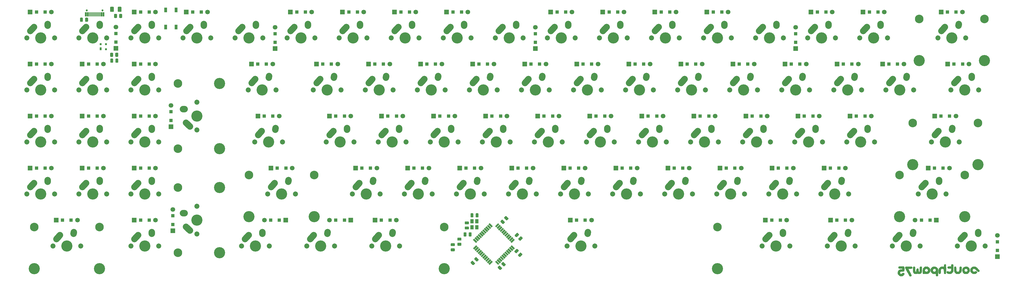
<source format=gbs>
G04 #@! TF.GenerationSoftware,KiCad,Pcbnew,(5.1.4)-1*
G04 #@! TF.CreationDate,2020-07-18T23:48:47-04:00*
G04 #@! TF.ProjectId,southpawpcb,736f7574-6870-4617-9770-63622e6b6963,rev?*
G04 #@! TF.SameCoordinates,Original*
G04 #@! TF.FileFunction,Soldermask,Bot*
G04 #@! TF.FilePolarity,Negative*
%FSLAX46Y46*%
G04 Gerber Fmt 4.6, Leading zero omitted, Abs format (unit mm)*
G04 Created by KiCad (PCBNEW (5.1.4)-1) date 2020-07-18 23:48:47*
%MOMM*%
%LPD*%
G04 APERTURE LIST*
%ADD10C,0.010000*%
%ADD11C,0.100000*%
%ADD12C,1.075000*%
%ADD13C,2.350000*%
%ADD14C,2.350000*%
%ADD15C,4.087800*%
%ADD16C,1.850000*%
%ADD17R,0.800000X1.100000*%
%ADD18R,0.800000X0.700000*%
%ADD19R,1.300000X1.500000*%
%ADD20C,0.750000*%
%ADD21R,0.400000X1.550000*%
%ADD22R,0.700000X1.550000*%
%ADD23C,0.650000*%
%ADD24C,1.350000*%
%ADD25C,1.700000*%
%ADD26R,1.700000X1.700000*%
%ADD27R,1.300000X1.300000*%
%ADD28C,3.148000*%
%ADD29R,1.100000X1.800000*%
G04 APERTURE END LIST*
D10*
G04 #@! TO.C,G\002A\002A\002A*
G36*
X301334124Y-1268912D02*
G01*
X301266390Y-1425054D01*
X301288930Y-1592593D01*
X301295792Y-1612957D01*
X301351304Y-1739753D01*
X301456150Y-1950485D01*
X301600029Y-2226573D01*
X301772640Y-2549437D01*
X301963681Y-2900495D01*
X302162853Y-3261167D01*
X302359853Y-3612872D01*
X302544381Y-3937030D01*
X302706136Y-4215059D01*
X302834818Y-4428378D01*
X302920124Y-4558408D01*
X302945054Y-4587875D01*
X303134692Y-4661921D01*
X303349197Y-4625796D01*
X303452371Y-4568399D01*
X303571323Y-4414600D01*
X303592979Y-4298524D01*
X303563344Y-4190858D01*
X303481009Y-3992335D01*
X303355321Y-3722912D01*
X303195624Y-3402543D01*
X303011265Y-3051185D01*
X302992446Y-3016250D01*
X302392434Y-1905000D01*
X303061801Y-1873250D01*
X303370980Y-1855375D01*
X303578247Y-1833293D01*
X303708686Y-1801885D01*
X303787381Y-1756028D01*
X303821084Y-1718238D01*
X303903889Y-1532748D01*
X303868137Y-1346037D01*
X303812150Y-1252379D01*
X303771991Y-1202066D01*
X303719971Y-1165394D01*
X303637214Y-1140208D01*
X303504846Y-1124355D01*
X303303990Y-1115680D01*
X303015771Y-1112031D01*
X302621314Y-1111252D01*
X302575364Y-1111250D01*
X301437428Y-1111250D01*
X301334124Y-1268912D01*
X301334124Y-1268912D01*
G37*
X301334124Y-1268912D02*
X301266390Y-1425054D01*
X301288930Y-1592593D01*
X301295792Y-1612957D01*
X301351304Y-1739753D01*
X301456150Y-1950485D01*
X301600029Y-2226573D01*
X301772640Y-2549437D01*
X301963681Y-2900495D01*
X302162853Y-3261167D01*
X302359853Y-3612872D01*
X302544381Y-3937030D01*
X302706136Y-4215059D01*
X302834818Y-4428378D01*
X302920124Y-4558408D01*
X302945054Y-4587875D01*
X303134692Y-4661921D01*
X303349197Y-4625796D01*
X303452371Y-4568399D01*
X303571323Y-4414600D01*
X303592979Y-4298524D01*
X303563344Y-4190858D01*
X303481009Y-3992335D01*
X303355321Y-3722912D01*
X303195624Y-3402543D01*
X303011265Y-3051185D01*
X302992446Y-3016250D01*
X302392434Y-1905000D01*
X303061801Y-1873250D01*
X303370980Y-1855375D01*
X303578247Y-1833293D01*
X303708686Y-1801885D01*
X303787381Y-1756028D01*
X303821084Y-1718238D01*
X303903889Y-1532748D01*
X303868137Y-1346037D01*
X303812150Y-1252379D01*
X303771991Y-1202066D01*
X303719971Y-1165394D01*
X303637214Y-1140208D01*
X303504846Y-1124355D01*
X303303990Y-1115680D01*
X303015771Y-1112031D01*
X302621314Y-1111252D01*
X302575364Y-1111250D01*
X301437428Y-1111250D01*
X301334124Y-1268912D01*
G36*
X311611990Y-1142508D02*
G01*
X311435357Y-1179969D01*
X311292608Y-1250157D01*
X311170536Y-1340393D01*
X310854128Y-1656937D01*
X310662156Y-1996967D01*
X310610001Y-2192228D01*
X310601579Y-2602332D01*
X310708217Y-2991979D01*
X310919078Y-3335425D01*
X311198549Y-3590343D01*
X311327100Y-3667775D01*
X311459716Y-3714662D01*
X311633436Y-3738342D01*
X311885300Y-3746153D01*
X311986723Y-3746500D01*
X312547000Y-3746500D01*
X312547000Y-4052299D01*
X312564539Y-4325322D01*
X312626181Y-4494966D01*
X312745470Y-4581120D01*
X312922459Y-4603750D01*
X313100596Y-4581534D01*
X313227641Y-4526742D01*
X313241545Y-4513266D01*
X313269779Y-4432677D01*
X313288929Y-4263660D01*
X313299407Y-3996367D01*
X313301622Y-3620947D01*
X313296945Y-3185797D01*
X313285147Y-2444750D01*
X312512364Y-2444750D01*
X312491219Y-2648476D01*
X312410199Y-2792316D01*
X312335641Y-2864239D01*
X312103736Y-2994117D01*
X311861063Y-3011927D01*
X311638049Y-2918296D01*
X311559718Y-2848227D01*
X311445865Y-2652653D01*
X311403927Y-2420477D01*
X311439296Y-2204388D01*
X311485395Y-2121747D01*
X311688285Y-1948619D01*
X311929368Y-1882097D01*
X312175967Y-1925889D01*
X312335641Y-2025260D01*
X312458226Y-2162707D01*
X312507216Y-2327476D01*
X312512364Y-2444750D01*
X313285147Y-2444750D01*
X313277250Y-1948812D01*
X313077326Y-1673042D01*
X312814955Y-1385980D01*
X312513002Y-1207261D01*
X312149963Y-1127103D01*
X311869036Y-1123313D01*
X311611990Y-1142508D01*
X311611990Y-1142508D01*
G37*
X311611990Y-1142508D02*
X311435357Y-1179969D01*
X311292608Y-1250157D01*
X311170536Y-1340393D01*
X310854128Y-1656937D01*
X310662156Y-1996967D01*
X310610001Y-2192228D01*
X310601579Y-2602332D01*
X310708217Y-2991979D01*
X310919078Y-3335425D01*
X311198549Y-3590343D01*
X311327100Y-3667775D01*
X311459716Y-3714662D01*
X311633436Y-3738342D01*
X311885300Y-3746153D01*
X311986723Y-3746500D01*
X312547000Y-3746500D01*
X312547000Y-4052299D01*
X312564539Y-4325322D01*
X312626181Y-4494966D01*
X312745470Y-4581120D01*
X312922459Y-4603750D01*
X313100596Y-4581534D01*
X313227641Y-4526742D01*
X313241545Y-4513266D01*
X313269779Y-4432677D01*
X313288929Y-4263660D01*
X313299407Y-3996367D01*
X313301622Y-3620947D01*
X313296945Y-3185797D01*
X313285147Y-2444750D01*
X312512364Y-2444750D01*
X312491219Y-2648476D01*
X312410199Y-2792316D01*
X312335641Y-2864239D01*
X312103736Y-2994117D01*
X311861063Y-3011927D01*
X311638049Y-2918296D01*
X311559718Y-2848227D01*
X311445865Y-2652653D01*
X311403927Y-2420477D01*
X311439296Y-2204388D01*
X311485395Y-2121747D01*
X311688285Y-1948619D01*
X311929368Y-1882097D01*
X312175967Y-1925889D01*
X312335641Y-2025260D01*
X312458226Y-2162707D01*
X312507216Y-2327476D01*
X312512364Y-2444750D01*
X313285147Y-2444750D01*
X313277250Y-1948812D01*
X313077326Y-1673042D01*
X312814955Y-1385980D01*
X312513002Y-1207261D01*
X312149963Y-1127103D01*
X311869036Y-1123313D01*
X311611990Y-1142508D01*
G36*
X299899467Y-1047750D02*
G01*
X299546503Y-1049660D01*
X299298298Y-1057175D01*
X299132646Y-1072973D01*
X299027338Y-1099729D01*
X298960169Y-1140121D01*
X298936092Y-1163875D01*
X298844815Y-1344633D01*
X298849936Y-1543206D01*
X298947126Y-1704658D01*
X299037533Y-1758199D01*
X299182009Y-1790871D01*
X299406895Y-1806636D01*
X299645626Y-1809749D01*
X299919247Y-1810955D01*
X300090079Y-1818971D01*
X300182332Y-1840397D01*
X300220217Y-1881834D01*
X300227943Y-1949879D01*
X300228000Y-1968500D01*
X300220455Y-2054840D01*
X300178406Y-2102373D01*
X300072733Y-2122646D01*
X299874316Y-2127206D01*
X299827683Y-2127250D01*
X299569125Y-2139097D01*
X299374638Y-2185560D01*
X299182609Y-2283022D01*
X299138334Y-2310548D01*
X298859895Y-2555513D01*
X298675505Y-2861160D01*
X298585165Y-3202828D01*
X298588874Y-3555855D01*
X298686632Y-3895578D01*
X298878440Y-4197335D01*
X299138334Y-4420451D01*
X299342272Y-4532434D01*
X299535132Y-4586836D01*
X299781845Y-4601059D01*
X299811808Y-4600943D01*
X300184738Y-4561987D01*
X300426689Y-4476369D01*
X300646192Y-4327129D01*
X300831837Y-4141362D01*
X300955216Y-3952208D01*
X300990000Y-3819257D01*
X300942577Y-3597821D01*
X300816632Y-3456596D01*
X300636651Y-3401506D01*
X300427119Y-3438477D01*
X300212524Y-3573435D01*
X300164500Y-3619500D01*
X299983291Y-3778591D01*
X299831875Y-3832066D01*
X299677609Y-3784902D01*
X299569814Y-3710141D01*
X299436065Y-3550112D01*
X299402500Y-3365499D01*
X299437705Y-3163266D01*
X299551508Y-3021812D01*
X299756188Y-2934305D01*
X300064026Y-2893913D01*
X300258472Y-2889249D01*
X300541981Y-2884288D01*
X300740813Y-2856663D01*
X300869973Y-2787261D01*
X300944466Y-2656971D01*
X300979296Y-2446679D01*
X300989469Y-2137274D01*
X300990000Y-1957466D01*
X300988636Y-1627667D01*
X300972762Y-1389047D01*
X300924708Y-1226864D01*
X300826803Y-1126378D01*
X300661375Y-1072849D01*
X300410755Y-1051534D01*
X300057270Y-1047693D01*
X299899467Y-1047750D01*
X299899467Y-1047750D01*
G37*
X299899467Y-1047750D02*
X299546503Y-1049660D01*
X299298298Y-1057175D01*
X299132646Y-1072973D01*
X299027338Y-1099729D01*
X298960169Y-1140121D01*
X298936092Y-1163875D01*
X298844815Y-1344633D01*
X298849936Y-1543206D01*
X298947126Y-1704658D01*
X299037533Y-1758199D01*
X299182009Y-1790871D01*
X299406895Y-1806636D01*
X299645626Y-1809749D01*
X299919247Y-1810955D01*
X300090079Y-1818971D01*
X300182332Y-1840397D01*
X300220217Y-1881834D01*
X300227943Y-1949879D01*
X300228000Y-1968500D01*
X300220455Y-2054840D01*
X300178406Y-2102373D01*
X300072733Y-2122646D01*
X299874316Y-2127206D01*
X299827683Y-2127250D01*
X299569125Y-2139097D01*
X299374638Y-2185560D01*
X299182609Y-2283022D01*
X299138334Y-2310548D01*
X298859895Y-2555513D01*
X298675505Y-2861160D01*
X298585165Y-3202828D01*
X298588874Y-3555855D01*
X298686632Y-3895578D01*
X298878440Y-4197335D01*
X299138334Y-4420451D01*
X299342272Y-4532434D01*
X299535132Y-4586836D01*
X299781845Y-4601059D01*
X299811808Y-4600943D01*
X300184738Y-4561987D01*
X300426689Y-4476369D01*
X300646192Y-4327129D01*
X300831837Y-4141362D01*
X300955216Y-3952208D01*
X300990000Y-3819257D01*
X300942577Y-3597821D01*
X300816632Y-3456596D01*
X300636651Y-3401506D01*
X300427119Y-3438477D01*
X300212524Y-3573435D01*
X300164500Y-3619500D01*
X299983291Y-3778591D01*
X299831875Y-3832066D01*
X299677609Y-3784902D01*
X299569814Y-3710141D01*
X299436065Y-3550112D01*
X299402500Y-3365499D01*
X299437705Y-3163266D01*
X299551508Y-3021812D01*
X299756188Y-2934305D01*
X300064026Y-2893913D01*
X300258472Y-2889249D01*
X300541981Y-2884288D01*
X300740813Y-2856663D01*
X300869973Y-2787261D01*
X300944466Y-2656971D01*
X300979296Y-2446679D01*
X300989469Y-2137274D01*
X300990000Y-1957466D01*
X300988636Y-1627667D01*
X300972762Y-1389047D01*
X300924708Y-1226864D01*
X300826803Y-1126378D01*
X300661375Y-1072849D01*
X300410755Y-1051534D01*
X300057270Y-1047693D01*
X299899467Y-1047750D01*
G36*
X326217355Y-1136224D02*
G01*
X325941745Y-1210519D01*
X325895346Y-1232070D01*
X325570316Y-1461873D01*
X325338220Y-1755892D01*
X325199110Y-2092554D01*
X325153040Y-2450287D01*
X325200064Y-2807520D01*
X325340235Y-3142680D01*
X325573607Y-3434195D01*
X325889334Y-3654991D01*
X326194532Y-3753525D01*
X326548583Y-3781167D01*
X326898769Y-3738798D01*
X327181852Y-3633375D01*
X327361274Y-3505835D01*
X327502245Y-3361271D01*
X327529798Y-3319829D01*
X327587346Y-3193356D01*
X327574268Y-3094268D01*
X327493576Y-2971535D01*
X327317840Y-2813132D01*
X327121408Y-2779923D01*
X326907611Y-2872393D01*
X326891926Y-2883700D01*
X326643526Y-3001963D01*
X326397305Y-2995157D01*
X326166819Y-2864228D01*
X326131116Y-2830634D01*
X325976773Y-2608342D01*
X325948889Y-2381147D01*
X326047464Y-2155854D01*
X326131116Y-2058865D01*
X326284336Y-1928206D01*
X326429576Y-1866159D01*
X326584353Y-1878472D01*
X326766186Y-1970891D01*
X326992594Y-2149163D01*
X327281093Y-2419035D01*
X327307375Y-2444750D01*
X327561891Y-2689382D01*
X327749062Y-2854887D01*
X327887943Y-2955216D01*
X327997593Y-3004321D01*
X328088036Y-3016250D01*
X328306722Y-2966651D01*
X328444384Y-2828044D01*
X328485500Y-2645335D01*
X328463016Y-2547619D01*
X328387278Y-2421773D01*
X328245861Y-2251911D01*
X328026339Y-2022145D01*
X327898125Y-1894346D01*
X327657905Y-1664844D01*
X327430520Y-1461065D01*
X327240682Y-1304305D01*
X327113102Y-1215864D01*
X327107529Y-1212975D01*
X326854442Y-1136598D01*
X326539652Y-1111298D01*
X326217355Y-1136224D01*
X326217355Y-1136224D01*
G37*
X326217355Y-1136224D02*
X325941745Y-1210519D01*
X325895346Y-1232070D01*
X325570316Y-1461873D01*
X325338220Y-1755892D01*
X325199110Y-2092554D01*
X325153040Y-2450287D01*
X325200064Y-2807520D01*
X325340235Y-3142680D01*
X325573607Y-3434195D01*
X325889334Y-3654991D01*
X326194532Y-3753525D01*
X326548583Y-3781167D01*
X326898769Y-3738798D01*
X327181852Y-3633375D01*
X327361274Y-3505835D01*
X327502245Y-3361271D01*
X327529798Y-3319829D01*
X327587346Y-3193356D01*
X327574268Y-3094268D01*
X327493576Y-2971535D01*
X327317840Y-2813132D01*
X327121408Y-2779923D01*
X326907611Y-2872393D01*
X326891926Y-2883700D01*
X326643526Y-3001963D01*
X326397305Y-2995157D01*
X326166819Y-2864228D01*
X326131116Y-2830634D01*
X325976773Y-2608342D01*
X325948889Y-2381147D01*
X326047464Y-2155854D01*
X326131116Y-2058865D01*
X326284336Y-1928206D01*
X326429576Y-1866159D01*
X326584353Y-1878472D01*
X326766186Y-1970891D01*
X326992594Y-2149163D01*
X327281093Y-2419035D01*
X327307375Y-2444750D01*
X327561891Y-2689382D01*
X327749062Y-2854887D01*
X327887943Y-2955216D01*
X327997593Y-3004321D01*
X328088036Y-3016250D01*
X328306722Y-2966651D01*
X328444384Y-2828044D01*
X328485500Y-2645335D01*
X328463016Y-2547619D01*
X328387278Y-2421773D01*
X328245861Y-2251911D01*
X328026339Y-2022145D01*
X327898125Y-1894346D01*
X327657905Y-1664844D01*
X327430520Y-1461065D01*
X327240682Y-1304305D01*
X327113102Y-1215864D01*
X327107529Y-1212975D01*
X326854442Y-1136598D01*
X326539652Y-1111298D01*
X326217355Y-1136224D01*
G36*
X323143219Y-1167175D02*
G01*
X322839668Y-1286826D01*
X322762237Y-1335421D01*
X322468247Y-1606823D01*
X322286055Y-1932255D01*
X322211412Y-2320871D01*
X322211914Y-2521388D01*
X322287727Y-2943364D01*
X322460895Y-3287402D01*
X322723237Y-3545738D01*
X323066568Y-3710603D01*
X323482708Y-3774234D01*
X323532500Y-3774719D01*
X323782433Y-3760900D01*
X324008963Y-3726538D01*
X324135750Y-3689319D01*
X324310720Y-3585478D01*
X324487416Y-3442215D01*
X324506772Y-3423250D01*
X324750633Y-3096327D01*
X324883266Y-2736076D01*
X324903087Y-2441735D01*
X324104000Y-2441735D01*
X324050971Y-2694508D01*
X323910689Y-2881595D01*
X323711360Y-2990203D01*
X323481192Y-3007540D01*
X323248394Y-2920815D01*
X323172360Y-2864239D01*
X323049775Y-2726792D01*
X323000785Y-2562023D01*
X322995637Y-2444750D01*
X323047218Y-2187107D01*
X323184445Y-2001202D01*
X323381039Y-1898752D01*
X323610726Y-1891474D01*
X323847228Y-1991084D01*
X323908628Y-2037644D01*
X324047581Y-2186851D01*
X324100133Y-2353627D01*
X324104000Y-2441735D01*
X324903087Y-2441735D01*
X324908376Y-2363202D01*
X324829667Y-1998411D01*
X324650844Y-1662406D01*
X324375611Y-1375892D01*
X324110226Y-1206988D01*
X323825814Y-1122747D01*
X323487706Y-1110979D01*
X323143219Y-1167175D01*
X323143219Y-1167175D01*
G37*
X323143219Y-1167175D02*
X322839668Y-1286826D01*
X322762237Y-1335421D01*
X322468247Y-1606823D01*
X322286055Y-1932255D01*
X322211412Y-2320871D01*
X322211914Y-2521388D01*
X322287727Y-2943364D01*
X322460895Y-3287402D01*
X322723237Y-3545738D01*
X323066568Y-3710603D01*
X323482708Y-3774234D01*
X323532500Y-3774719D01*
X323782433Y-3760900D01*
X324008963Y-3726538D01*
X324135750Y-3689319D01*
X324310720Y-3585478D01*
X324487416Y-3442215D01*
X324506772Y-3423250D01*
X324750633Y-3096327D01*
X324883266Y-2736076D01*
X324903087Y-2441735D01*
X324104000Y-2441735D01*
X324050971Y-2694508D01*
X323910689Y-2881595D01*
X323711360Y-2990203D01*
X323481192Y-3007540D01*
X323248394Y-2920815D01*
X323172360Y-2864239D01*
X323049775Y-2726792D01*
X323000785Y-2562023D01*
X322995637Y-2444750D01*
X323047218Y-2187107D01*
X323184445Y-2001202D01*
X323381039Y-1898752D01*
X323610726Y-1891474D01*
X323847228Y-1991084D01*
X323908628Y-2037644D01*
X324047581Y-2186851D01*
X324100133Y-2353627D01*
X324104000Y-2441735D01*
X324903087Y-2441735D01*
X324908376Y-2363202D01*
X324829667Y-1998411D01*
X324650844Y-1662406D01*
X324375611Y-1375892D01*
X324110226Y-1206988D01*
X323825814Y-1122747D01*
X323487706Y-1110979D01*
X323143219Y-1167175D01*
G36*
X321328765Y-1143222D02*
G01*
X321261176Y-1190625D01*
X321232091Y-1284275D01*
X321204476Y-1474349D01*
X321182017Y-1730289D01*
X321171164Y-1936750D01*
X321148988Y-2303618D01*
X321110081Y-2566071D01*
X321046673Y-2746374D01*
X320950998Y-2866795D01*
X320818310Y-2948231D01*
X320555492Y-3012375D01*
X320314963Y-2952085D01*
X320186539Y-2863103D01*
X320109148Y-2790440D01*
X320056777Y-2713003D01*
X320023012Y-2604123D01*
X320001443Y-2437128D01*
X319985656Y-2185346D01*
X319976623Y-1989978D01*
X319959519Y-1694743D01*
X319937436Y-1443154D01*
X319913405Y-1264287D01*
X319893378Y-1190624D01*
X319789041Y-1129720D01*
X319621382Y-1114076D01*
X319444987Y-1141770D01*
X319314445Y-1210877D01*
X319314286Y-1211035D01*
X319269396Y-1282120D01*
X319239655Y-1403444D01*
X319222462Y-1597103D01*
X319215213Y-1885197D01*
X319214500Y-2058298D01*
X319217279Y-2392007D01*
X319228591Y-2629819D01*
X319252900Y-2802772D01*
X319294670Y-2941903D01*
X319358365Y-3078250D01*
X319362251Y-3085637D01*
X319509520Y-3297057D01*
X319704339Y-3496372D01*
X319779002Y-3554968D01*
X319950227Y-3661301D01*
X320118120Y-3722880D01*
X320332757Y-3754160D01*
X320504377Y-3764381D01*
X320814485Y-3764324D01*
X321034090Y-3729365D01*
X321151250Y-3682022D01*
X321487750Y-3439585D01*
X321747657Y-3126302D01*
X321824613Y-2984500D01*
X321886046Y-2785811D01*
X321928056Y-2517825D01*
X321950568Y-2211834D01*
X321953506Y-1899129D01*
X321936795Y-1611002D01*
X321900360Y-1378746D01*
X321844125Y-1233651D01*
X321828875Y-1216341D01*
X321679090Y-1139130D01*
X321493566Y-1113905D01*
X321328765Y-1143222D01*
X321328765Y-1143222D01*
G37*
X321328765Y-1143222D02*
X321261176Y-1190625D01*
X321232091Y-1284275D01*
X321204476Y-1474349D01*
X321182017Y-1730289D01*
X321171164Y-1936750D01*
X321148988Y-2303618D01*
X321110081Y-2566071D01*
X321046673Y-2746374D01*
X320950998Y-2866795D01*
X320818310Y-2948231D01*
X320555492Y-3012375D01*
X320314963Y-2952085D01*
X320186539Y-2863103D01*
X320109148Y-2790440D01*
X320056777Y-2713003D01*
X320023012Y-2604123D01*
X320001443Y-2437128D01*
X319985656Y-2185346D01*
X319976623Y-1989978D01*
X319959519Y-1694743D01*
X319937436Y-1443154D01*
X319913405Y-1264287D01*
X319893378Y-1190624D01*
X319789041Y-1129720D01*
X319621382Y-1114076D01*
X319444987Y-1141770D01*
X319314445Y-1210877D01*
X319314286Y-1211035D01*
X319269396Y-1282120D01*
X319239655Y-1403444D01*
X319222462Y-1597103D01*
X319215213Y-1885197D01*
X319214500Y-2058298D01*
X319217279Y-2392007D01*
X319228591Y-2629819D01*
X319252900Y-2802772D01*
X319294670Y-2941903D01*
X319358365Y-3078250D01*
X319362251Y-3085637D01*
X319509520Y-3297057D01*
X319704339Y-3496372D01*
X319779002Y-3554968D01*
X319950227Y-3661301D01*
X320118120Y-3722880D01*
X320332757Y-3754160D01*
X320504377Y-3764381D01*
X320814485Y-3764324D01*
X321034090Y-3729365D01*
X321151250Y-3682022D01*
X321487750Y-3439585D01*
X321747657Y-3126302D01*
X321824613Y-2984500D01*
X321886046Y-2785811D01*
X321928056Y-2517825D01*
X321950568Y-2211834D01*
X321953506Y-1899129D01*
X321936795Y-1611002D01*
X321900360Y-1378746D01*
X321844125Y-1233651D01*
X321828875Y-1216341D01*
X321679090Y-1139130D01*
X321493566Y-1113905D01*
X321328765Y-1143222D01*
G36*
X318344231Y-303195D02*
G01*
X318214269Y-358996D01*
X318211201Y-361949D01*
X318165907Y-467334D01*
X318138613Y-646790D01*
X318135000Y-742949D01*
X318135000Y-1047750D01*
X317573342Y-1047750D01*
X317239867Y-1059778D01*
X317013869Y-1101880D01*
X316877585Y-1183078D01*
X316813247Y-1312396D01*
X316801500Y-1439783D01*
X316828340Y-1599314D01*
X316919918Y-1708179D01*
X317092818Y-1774129D01*
X317363629Y-1804917D01*
X317593069Y-1809750D01*
X318152388Y-1809750D01*
X318118144Y-2236353D01*
X318092112Y-2477342D01*
X318050799Y-2634069D01*
X317977776Y-2749267D01*
X317886199Y-2839603D01*
X317676058Y-2977223D01*
X317459974Y-3004734D01*
X317211138Y-2923380D01*
X317121130Y-2875084D01*
X316878349Y-2784223D01*
X316669804Y-2800433D01*
X316514772Y-2919253D01*
X316458729Y-3028335D01*
X316444394Y-3230583D01*
X316535724Y-3411660D01*
X316712169Y-3564478D01*
X316953176Y-3681947D01*
X317238194Y-3756978D01*
X317546672Y-3782481D01*
X317858058Y-3751368D01*
X318151801Y-3656548D01*
X318204388Y-3630499D01*
X318415386Y-3483503D01*
X318614889Y-3288654D01*
X318674750Y-3212506D01*
X318865250Y-2942262D01*
X318884945Y-1704489D01*
X318889767Y-1223937D01*
X318886701Y-860314D01*
X318875337Y-603772D01*
X318855263Y-444461D01*
X318829545Y-376233D01*
X318710766Y-313174D01*
X318529362Y-288374D01*
X318344231Y-303195D01*
X318344231Y-303195D01*
G37*
X318344231Y-303195D02*
X318214269Y-358996D01*
X318211201Y-361949D01*
X318165907Y-467334D01*
X318138613Y-646790D01*
X318135000Y-742949D01*
X318135000Y-1047750D01*
X317573342Y-1047750D01*
X317239867Y-1059778D01*
X317013869Y-1101880D01*
X316877585Y-1183078D01*
X316813247Y-1312396D01*
X316801500Y-1439783D01*
X316828340Y-1599314D01*
X316919918Y-1708179D01*
X317092818Y-1774129D01*
X317363629Y-1804917D01*
X317593069Y-1809750D01*
X318152388Y-1809750D01*
X318118144Y-2236353D01*
X318092112Y-2477342D01*
X318050799Y-2634069D01*
X317977776Y-2749267D01*
X317886199Y-2839603D01*
X317676058Y-2977223D01*
X317459974Y-3004734D01*
X317211138Y-2923380D01*
X317121130Y-2875084D01*
X316878349Y-2784223D01*
X316669804Y-2800433D01*
X316514772Y-2919253D01*
X316458729Y-3028335D01*
X316444394Y-3230583D01*
X316535724Y-3411660D01*
X316712169Y-3564478D01*
X316953176Y-3681947D01*
X317238194Y-3756978D01*
X317546672Y-3782481D01*
X317858058Y-3751368D01*
X318151801Y-3656548D01*
X318204388Y-3630499D01*
X318415386Y-3483503D01*
X318614889Y-3288654D01*
X318674750Y-3212506D01*
X318865250Y-2942262D01*
X318884945Y-1704489D01*
X318889767Y-1223937D01*
X318886701Y-860314D01*
X318875337Y-603772D01*
X318855263Y-444461D01*
X318829545Y-376233D01*
X318710766Y-313174D01*
X318529362Y-288374D01*
X318344231Y-303195D01*
G36*
X315645076Y-347457D02*
G01*
X315573092Y-401875D01*
X315494438Y-571544D01*
X315468000Y-832575D01*
X315468000Y-1147151D01*
X315029299Y-1122362D01*
X314652573Y-1123643D01*
X314358754Y-1184236D01*
X314112786Y-1316400D01*
X313890420Y-1520593D01*
X313726420Y-1724089D01*
X313613833Y-1936643D01*
X313544191Y-2187961D01*
X313509030Y-2507746D01*
X313499855Y-2890995D01*
X313509806Y-3251537D01*
X313545447Y-3503410D01*
X313614718Y-3663702D01*
X313725562Y-3749498D01*
X313885921Y-3777884D01*
X313912250Y-3778250D01*
X314076696Y-3757961D01*
X314192444Y-3685668D01*
X314267162Y-3544227D01*
X314308514Y-3316497D01*
X314324167Y-2985333D01*
X314325000Y-2855251D01*
X314326728Y-2562542D01*
X314336241Y-2367229D01*
X314360038Y-2239713D01*
X314404614Y-2150396D01*
X314476467Y-2069680D01*
X314503100Y-2043880D01*
X314729107Y-1901723D01*
X314970111Y-1882555D01*
X315207845Y-1986800D01*
X315257962Y-2026396D01*
X315334496Y-2098030D01*
X315386558Y-2174143D01*
X315420314Y-2280928D01*
X315441934Y-2444578D01*
X315457584Y-2691289D01*
X315467878Y-2917851D01*
X315486125Y-3262612D01*
X315512480Y-3500262D01*
X315556808Y-3650678D01*
X315628973Y-3733736D01*
X315738839Y-3769313D01*
X315894391Y-3777277D01*
X316083819Y-3737728D01*
X316164266Y-3655424D01*
X316186969Y-3550565D01*
X316205056Y-3343757D01*
X316218594Y-3056324D01*
X316227652Y-2709590D01*
X316232297Y-2324879D01*
X316232596Y-1923516D01*
X316228618Y-1526824D01*
X316220430Y-1156128D01*
X316208101Y-832753D01*
X316191697Y-578022D01*
X316171287Y-413259D01*
X316153800Y-361949D01*
X316012238Y-296837D01*
X315822514Y-293391D01*
X315645076Y-347457D01*
X315645076Y-347457D01*
G37*
X315645076Y-347457D02*
X315573092Y-401875D01*
X315494438Y-571544D01*
X315468000Y-832575D01*
X315468000Y-1147151D01*
X315029299Y-1122362D01*
X314652573Y-1123643D01*
X314358754Y-1184236D01*
X314112786Y-1316400D01*
X313890420Y-1520593D01*
X313726420Y-1724089D01*
X313613833Y-1936643D01*
X313544191Y-2187961D01*
X313509030Y-2507746D01*
X313499855Y-2890995D01*
X313509806Y-3251537D01*
X313545447Y-3503410D01*
X313614718Y-3663702D01*
X313725562Y-3749498D01*
X313885921Y-3777884D01*
X313912250Y-3778250D01*
X314076696Y-3757961D01*
X314192444Y-3685668D01*
X314267162Y-3544227D01*
X314308514Y-3316497D01*
X314324167Y-2985333D01*
X314325000Y-2855251D01*
X314326728Y-2562542D01*
X314336241Y-2367229D01*
X314360038Y-2239713D01*
X314404614Y-2150396D01*
X314476467Y-2069680D01*
X314503100Y-2043880D01*
X314729107Y-1901723D01*
X314970111Y-1882555D01*
X315207845Y-1986800D01*
X315257962Y-2026396D01*
X315334496Y-2098030D01*
X315386558Y-2174143D01*
X315420314Y-2280928D01*
X315441934Y-2444578D01*
X315457584Y-2691289D01*
X315467878Y-2917851D01*
X315486125Y-3262612D01*
X315512480Y-3500262D01*
X315556808Y-3650678D01*
X315628973Y-3733736D01*
X315738839Y-3769313D01*
X315894391Y-3777277D01*
X316083819Y-3737728D01*
X316164266Y-3655424D01*
X316186969Y-3550565D01*
X316205056Y-3343757D01*
X316218594Y-3056324D01*
X316227652Y-2709590D01*
X316232297Y-2324879D01*
X316232596Y-1923516D01*
X316228618Y-1526824D01*
X316220430Y-1156128D01*
X316208101Y-832753D01*
X316191697Y-578022D01*
X316171287Y-413259D01*
X316153800Y-361949D01*
X316012238Y-296837D01*
X315822514Y-293391D01*
X315645076Y-347457D01*
G36*
X308784031Y-1120490D02*
G01*
X308603192Y-1159663D01*
X308430192Y-1245944D01*
X308319975Y-1317625D01*
X308102948Y-1485683D01*
X307946689Y-1666489D01*
X307841063Y-1885111D01*
X307775934Y-2166613D01*
X307741166Y-2536065D01*
X307731684Y-2772598D01*
X307725693Y-3152775D01*
X307737127Y-3424206D01*
X307772510Y-3604679D01*
X307838363Y-3711977D01*
X307941210Y-3763888D01*
X308087573Y-3778196D01*
X308100487Y-3778250D01*
X308268377Y-3763946D01*
X308375013Y-3728453D01*
X308386251Y-3717176D01*
X308474558Y-3688752D01*
X308584632Y-3717176D01*
X308806883Y-3764002D01*
X309090833Y-3774656D01*
X309380352Y-3751374D01*
X309619313Y-3696392D01*
X309673228Y-3673815D01*
X309973540Y-3462137D01*
X310218149Y-3166926D01*
X310384622Y-2823643D01*
X310450524Y-2467746D01*
X310450587Y-2462331D01*
X309625982Y-2462331D01*
X309574151Y-2670414D01*
X309454722Y-2847914D01*
X309284758Y-2973267D01*
X309081324Y-3024913D01*
X308861484Y-2981290D01*
X308759881Y-2923529D01*
X308590034Y-2737021D01*
X308513235Y-2502720D01*
X308542952Y-2263241D01*
X308547548Y-2251720D01*
X308695972Y-2028162D01*
X308899226Y-1900148D01*
X309128707Y-1874305D01*
X309355812Y-1957258D01*
X309458591Y-2040659D01*
X309593150Y-2245225D01*
X309625982Y-2462331D01*
X310450587Y-2462331D01*
X310450792Y-2444750D01*
X310396259Y-2108960D01*
X310248269Y-1775335D01*
X310030241Y-1480093D01*
X309765592Y-1259451D01*
X309643915Y-1196792D01*
X309469090Y-1150690D01*
X309227456Y-1119633D01*
X309031966Y-1111250D01*
X308784031Y-1120490D01*
X308784031Y-1120490D01*
G37*
X308784031Y-1120490D02*
X308603192Y-1159663D01*
X308430192Y-1245944D01*
X308319975Y-1317625D01*
X308102948Y-1485683D01*
X307946689Y-1666489D01*
X307841063Y-1885111D01*
X307775934Y-2166613D01*
X307741166Y-2536065D01*
X307731684Y-2772598D01*
X307725693Y-3152775D01*
X307737127Y-3424206D01*
X307772510Y-3604679D01*
X307838363Y-3711977D01*
X307941210Y-3763888D01*
X308087573Y-3778196D01*
X308100487Y-3778250D01*
X308268377Y-3763946D01*
X308375013Y-3728453D01*
X308386251Y-3717176D01*
X308474558Y-3688752D01*
X308584632Y-3717176D01*
X308806883Y-3764002D01*
X309090833Y-3774656D01*
X309380352Y-3751374D01*
X309619313Y-3696392D01*
X309673228Y-3673815D01*
X309973540Y-3462137D01*
X310218149Y-3166926D01*
X310384622Y-2823643D01*
X310450524Y-2467746D01*
X310450587Y-2462331D01*
X309625982Y-2462331D01*
X309574151Y-2670414D01*
X309454722Y-2847914D01*
X309284758Y-2973267D01*
X309081324Y-3024913D01*
X308861484Y-2981290D01*
X308759881Y-2923529D01*
X308590034Y-2737021D01*
X308513235Y-2502720D01*
X308542952Y-2263241D01*
X308547548Y-2251720D01*
X308695972Y-2028162D01*
X308899226Y-1900148D01*
X309128707Y-1874305D01*
X309355812Y-1957258D01*
X309458591Y-2040659D01*
X309593150Y-2245225D01*
X309625982Y-2462331D01*
X310450587Y-2462331D01*
X310450792Y-2444750D01*
X310396259Y-2108960D01*
X310248269Y-1775335D01*
X310030241Y-1480093D01*
X309765592Y-1259451D01*
X309643915Y-1196792D01*
X309469090Y-1150690D01*
X309227456Y-1119633D01*
X309031966Y-1111250D01*
X308784031Y-1120490D01*
G36*
X306872530Y-1118286D02*
G01*
X306729306Y-1176937D01*
X306717701Y-1187449D01*
X306679869Y-1291468D01*
X306654986Y-1516293D01*
X306642853Y-1864189D01*
X306641500Y-2068674D01*
X306636723Y-2446531D01*
X306618960Y-2713765D01*
X306583067Y-2886513D01*
X306523898Y-2980912D01*
X306436308Y-3013096D01*
X306342926Y-3005009D01*
X306284153Y-2974581D01*
X306244904Y-2893552D01*
X306218441Y-2736890D01*
X306198025Y-2479568D01*
X306197000Y-2462926D01*
X306174914Y-2213874D01*
X306144339Y-2012844D01*
X306110931Y-1894399D01*
X306101750Y-1880654D01*
X305921114Y-1784556D01*
X305712134Y-1787192D01*
X305557986Y-1863570D01*
X305476908Y-1945175D01*
X305425641Y-2051718D01*
X305394117Y-2216795D01*
X305372272Y-2474002D01*
X305371500Y-2485999D01*
X305350479Y-2742817D01*
X305323000Y-2898106D01*
X305281902Y-2977337D01*
X305225575Y-3005015D01*
X305111705Y-3010788D01*
X305030350Y-2967184D01*
X304976362Y-2858066D01*
X304944598Y-2667298D01*
X304929912Y-2378743D01*
X304927000Y-2068674D01*
X304923761Y-1700679D01*
X304909400Y-1440953D01*
X304876948Y-1270836D01*
X304819441Y-1171664D01*
X304729912Y-1124776D01*
X304601392Y-1111510D01*
X304569586Y-1111250D01*
X304420915Y-1121261D01*
X304313626Y-1162985D01*
X304241082Y-1253954D01*
X304196650Y-1411702D01*
X304173694Y-1653763D01*
X304165579Y-1997669D01*
X304165000Y-2180401D01*
X304171619Y-2609529D01*
X304195990Y-2934304D01*
X304244886Y-3176898D01*
X304325080Y-3359483D01*
X304443346Y-3504232D01*
X304606457Y-3633315D01*
X304609468Y-3635375D01*
X304818177Y-3727002D01*
X305081972Y-3775137D01*
X305351953Y-3777269D01*
X305579221Y-3730889D01*
X305660673Y-3689344D01*
X305775406Y-3632821D01*
X305878417Y-3667826D01*
X305909188Y-3689344D01*
X306082173Y-3756003D01*
X306325951Y-3779294D01*
X306592601Y-3760966D01*
X306834200Y-3702768D01*
X306943706Y-3651593D01*
X307112600Y-3533391D01*
X307235062Y-3401287D01*
X307318222Y-3233295D01*
X307369206Y-3007429D01*
X307395144Y-2701702D01*
X307403165Y-2294128D01*
X307403263Y-2234200D01*
X307398733Y-1902453D01*
X307386143Y-1609616D01*
X307367273Y-1382854D01*
X307343902Y-1249330D01*
X307337766Y-1234075D01*
X307231086Y-1150940D01*
X307057899Y-1110982D01*
X306872530Y-1118286D01*
X306872530Y-1118286D01*
G37*
X306872530Y-1118286D02*
X306729306Y-1176937D01*
X306717701Y-1187449D01*
X306679869Y-1291468D01*
X306654986Y-1516293D01*
X306642853Y-1864189D01*
X306641500Y-2068674D01*
X306636723Y-2446531D01*
X306618960Y-2713765D01*
X306583067Y-2886513D01*
X306523898Y-2980912D01*
X306436308Y-3013096D01*
X306342926Y-3005009D01*
X306284153Y-2974581D01*
X306244904Y-2893552D01*
X306218441Y-2736890D01*
X306198025Y-2479568D01*
X306197000Y-2462926D01*
X306174914Y-2213874D01*
X306144339Y-2012844D01*
X306110931Y-1894399D01*
X306101750Y-1880654D01*
X305921114Y-1784556D01*
X305712134Y-1787192D01*
X305557986Y-1863570D01*
X305476908Y-1945175D01*
X305425641Y-2051718D01*
X305394117Y-2216795D01*
X305372272Y-2474002D01*
X305371500Y-2485999D01*
X305350479Y-2742817D01*
X305323000Y-2898106D01*
X305281902Y-2977337D01*
X305225575Y-3005015D01*
X305111705Y-3010788D01*
X305030350Y-2967184D01*
X304976362Y-2858066D01*
X304944598Y-2667298D01*
X304929912Y-2378743D01*
X304927000Y-2068674D01*
X304923761Y-1700679D01*
X304909400Y-1440953D01*
X304876948Y-1270836D01*
X304819441Y-1171664D01*
X304729912Y-1124776D01*
X304601392Y-1111510D01*
X304569586Y-1111250D01*
X304420915Y-1121261D01*
X304313626Y-1162985D01*
X304241082Y-1253954D01*
X304196650Y-1411702D01*
X304173694Y-1653763D01*
X304165579Y-1997669D01*
X304165000Y-2180401D01*
X304171619Y-2609529D01*
X304195990Y-2934304D01*
X304244886Y-3176898D01*
X304325080Y-3359483D01*
X304443346Y-3504232D01*
X304606457Y-3633315D01*
X304609468Y-3635375D01*
X304818177Y-3727002D01*
X305081972Y-3775137D01*
X305351953Y-3777269D01*
X305579221Y-3730889D01*
X305660673Y-3689344D01*
X305775406Y-3632821D01*
X305878417Y-3667826D01*
X305909188Y-3689344D01*
X306082173Y-3756003D01*
X306325951Y-3779294D01*
X306592601Y-3760966D01*
X306834200Y-3702768D01*
X306943706Y-3651593D01*
X307112600Y-3533391D01*
X307235062Y-3401287D01*
X307318222Y-3233295D01*
X307369206Y-3007429D01*
X307395144Y-2701702D01*
X307403165Y-2294128D01*
X307403263Y-2234200D01*
X307398733Y-1902453D01*
X307386143Y-1609616D01*
X307367273Y-1382854D01*
X307343902Y-1249330D01*
X307337766Y-1234075D01*
X307231086Y-1150940D01*
X307057899Y-1110982D01*
X306872530Y-1118286D01*
G04 #@! TD*
D11*
G04 #@! TO.C,C1*
G36*
X155224995Y17384199D02*
G01*
X155251084Y17380329D01*
X155276667Y17373921D01*
X155301499Y17365036D01*
X155325341Y17353759D01*
X155347963Y17340200D01*
X155369146Y17324490D01*
X155388688Y17306778D01*
X156069278Y16626188D01*
X156086990Y16606646D01*
X156102700Y16585463D01*
X156116259Y16562841D01*
X156127536Y16538999D01*
X156136421Y16514167D01*
X156142829Y16488584D01*
X156146699Y16462495D01*
X156147993Y16436153D01*
X156146699Y16409811D01*
X156142829Y16383722D01*
X156136421Y16358139D01*
X156127536Y16333307D01*
X156116259Y16309465D01*
X156102700Y16286843D01*
X156086990Y16265660D01*
X156069278Y16246118D01*
X155689208Y15866048D01*
X155669666Y15848336D01*
X155648483Y15832626D01*
X155625861Y15819067D01*
X155602019Y15807790D01*
X155577187Y15798905D01*
X155551604Y15792497D01*
X155525515Y15788627D01*
X155499173Y15787333D01*
X155472831Y15788627D01*
X155446742Y15792497D01*
X155421159Y15798905D01*
X155396327Y15807790D01*
X155372485Y15819067D01*
X155349863Y15832626D01*
X155328680Y15848336D01*
X155309138Y15866048D01*
X154628548Y16546638D01*
X154610836Y16566180D01*
X154595126Y16587363D01*
X154581567Y16609985D01*
X154570290Y16633827D01*
X154561405Y16658659D01*
X154554997Y16684242D01*
X154551127Y16710331D01*
X154549833Y16736673D01*
X154551127Y16763015D01*
X154554997Y16789104D01*
X154561405Y16814687D01*
X154570290Y16839519D01*
X154581567Y16863361D01*
X154595126Y16885983D01*
X154610836Y16907166D01*
X154628548Y16926708D01*
X155008618Y17306778D01*
X155028160Y17324490D01*
X155049343Y17340200D01*
X155071965Y17353759D01*
X155095807Y17365036D01*
X155120639Y17373921D01*
X155146222Y17380329D01*
X155172311Y17384199D01*
X155198653Y17385493D01*
X155224995Y17384199D01*
X155224995Y17384199D01*
G37*
D12*
X155348913Y16586413D03*
D11*
G36*
X153899169Y16058373D02*
G01*
X153925258Y16054503D01*
X153950841Y16048095D01*
X153975673Y16039210D01*
X153999515Y16027933D01*
X154022137Y16014374D01*
X154043320Y15998664D01*
X154062862Y15980952D01*
X154743452Y15300362D01*
X154761164Y15280820D01*
X154776874Y15259637D01*
X154790433Y15237015D01*
X154801710Y15213173D01*
X154810595Y15188341D01*
X154817003Y15162758D01*
X154820873Y15136669D01*
X154822167Y15110327D01*
X154820873Y15083985D01*
X154817003Y15057896D01*
X154810595Y15032313D01*
X154801710Y15007481D01*
X154790433Y14983639D01*
X154776874Y14961017D01*
X154761164Y14939834D01*
X154743452Y14920292D01*
X154363382Y14540222D01*
X154343840Y14522510D01*
X154322657Y14506800D01*
X154300035Y14493241D01*
X154276193Y14481964D01*
X154251361Y14473079D01*
X154225778Y14466671D01*
X154199689Y14462801D01*
X154173347Y14461507D01*
X154147005Y14462801D01*
X154120916Y14466671D01*
X154095333Y14473079D01*
X154070501Y14481964D01*
X154046659Y14493241D01*
X154024037Y14506800D01*
X154002854Y14522510D01*
X153983312Y14540222D01*
X153302722Y15220812D01*
X153285010Y15240354D01*
X153269300Y15261537D01*
X153255741Y15284159D01*
X153244464Y15308001D01*
X153235579Y15332833D01*
X153229171Y15358416D01*
X153225301Y15384505D01*
X153224007Y15410847D01*
X153225301Y15437189D01*
X153229171Y15463278D01*
X153235579Y15488861D01*
X153244464Y15513693D01*
X153255741Y15537535D01*
X153269300Y15560157D01*
X153285010Y15581340D01*
X153302722Y15600882D01*
X153682792Y15980952D01*
X153702334Y15998664D01*
X153723517Y16014374D01*
X153746139Y16027933D01*
X153769981Y16039210D01*
X153794813Y16048095D01*
X153820396Y16054503D01*
X153846485Y16058373D01*
X153872827Y16059667D01*
X153899169Y16058373D01*
X153899169Y16058373D01*
G37*
D12*
X154023087Y15260587D03*
G04 #@! TD*
D11*
G04 #@! TO.C,C8*
G36*
X154208995Y571699D02*
G01*
X154235084Y567829D01*
X154260667Y561421D01*
X154285499Y552536D01*
X154309341Y541259D01*
X154331963Y527700D01*
X154353146Y511990D01*
X154372688Y494278D01*
X155053278Y-186312D01*
X155070990Y-205854D01*
X155086700Y-227037D01*
X155100259Y-249659D01*
X155111536Y-273501D01*
X155120421Y-298333D01*
X155126829Y-323916D01*
X155130699Y-350005D01*
X155131993Y-376347D01*
X155130699Y-402689D01*
X155126829Y-428778D01*
X155120421Y-454361D01*
X155111536Y-479193D01*
X155100259Y-503035D01*
X155086700Y-525657D01*
X155070990Y-546840D01*
X155053278Y-566382D01*
X154673208Y-946452D01*
X154653666Y-964164D01*
X154632483Y-979874D01*
X154609861Y-993433D01*
X154586019Y-1004710D01*
X154561187Y-1013595D01*
X154535604Y-1020003D01*
X154509515Y-1023873D01*
X154483173Y-1025167D01*
X154456831Y-1023873D01*
X154430742Y-1020003D01*
X154405159Y-1013595D01*
X154380327Y-1004710D01*
X154356485Y-993433D01*
X154333863Y-979874D01*
X154312680Y-964164D01*
X154293138Y-946452D01*
X153612548Y-265862D01*
X153594836Y-246320D01*
X153579126Y-225137D01*
X153565567Y-202515D01*
X153554290Y-178673D01*
X153545405Y-153841D01*
X153538997Y-128258D01*
X153535127Y-102169D01*
X153533833Y-75827D01*
X153535127Y-49485D01*
X153538997Y-23396D01*
X153545405Y2187D01*
X153554290Y27019D01*
X153565567Y50861D01*
X153579126Y73483D01*
X153594836Y94666D01*
X153612548Y114208D01*
X153992618Y494278D01*
X154012160Y511990D01*
X154033343Y527700D01*
X154055965Y541259D01*
X154079807Y552536D01*
X154104639Y561421D01*
X154130222Y567829D01*
X154156311Y571699D01*
X154182653Y572993D01*
X154208995Y571699D01*
X154208995Y571699D01*
G37*
D12*
X154332913Y-226087D03*
D11*
G36*
X152883169Y-754127D02*
G01*
X152909258Y-757997D01*
X152934841Y-764405D01*
X152959673Y-773290D01*
X152983515Y-784567D01*
X153006137Y-798126D01*
X153027320Y-813836D01*
X153046862Y-831548D01*
X153727452Y-1512138D01*
X153745164Y-1531680D01*
X153760874Y-1552863D01*
X153774433Y-1575485D01*
X153785710Y-1599327D01*
X153794595Y-1624159D01*
X153801003Y-1649742D01*
X153804873Y-1675831D01*
X153806167Y-1702173D01*
X153804873Y-1728515D01*
X153801003Y-1754604D01*
X153794595Y-1780187D01*
X153785710Y-1805019D01*
X153774433Y-1828861D01*
X153760874Y-1851483D01*
X153745164Y-1872666D01*
X153727452Y-1892208D01*
X153347382Y-2272278D01*
X153327840Y-2289990D01*
X153306657Y-2305700D01*
X153284035Y-2319259D01*
X153260193Y-2330536D01*
X153235361Y-2339421D01*
X153209778Y-2345829D01*
X153183689Y-2349699D01*
X153157347Y-2350993D01*
X153131005Y-2349699D01*
X153104916Y-2345829D01*
X153079333Y-2339421D01*
X153054501Y-2330536D01*
X153030659Y-2319259D01*
X153008037Y-2305700D01*
X152986854Y-2289990D01*
X152967312Y-2272278D01*
X152286722Y-1591688D01*
X152269010Y-1572146D01*
X152253300Y-1550963D01*
X152239741Y-1528341D01*
X152228464Y-1504499D01*
X152219579Y-1479667D01*
X152213171Y-1454084D01*
X152209301Y-1427995D01*
X152208007Y-1401653D01*
X152209301Y-1375311D01*
X152213171Y-1349222D01*
X152219579Y-1323639D01*
X152228464Y-1298807D01*
X152239741Y-1274965D01*
X152253300Y-1252343D01*
X152269010Y-1231160D01*
X152286722Y-1211618D01*
X152666792Y-831548D01*
X152686334Y-813836D01*
X152707517Y-798126D01*
X152730139Y-784567D01*
X152753981Y-773290D01*
X152778813Y-764405D01*
X152804396Y-757997D01*
X152830485Y-754127D01*
X152856827Y-752833D01*
X152883169Y-754127D01*
X152883169Y-754127D01*
G37*
D12*
X153007087Y-1551913D03*
G04 #@! TD*
D13*
G04 #@! TO.C,K44*
X154201000Y49264000D03*
D14*
X154181000Y48974000D02*
X154221000Y49554000D01*
D13*
X154221000Y49554000D03*
X148526001Y47744000D03*
D14*
X147871000Y47014000D02*
X149181002Y48474000D01*
D15*
X151681000Y44474000D03*
D13*
X149181000Y48474000D03*
D16*
X146601000Y44474000D03*
X156761000Y44474000D03*
G04 #@! TD*
G04 #@! TO.C,K71*
X68655000Y6374000D03*
X58495000Y6374000D03*
D13*
X61075000Y10374000D03*
D15*
X63575000Y6374000D03*
D13*
X60420001Y9644000D03*
D14*
X59765000Y8914000D02*
X61075002Y10374000D01*
D13*
X66115000Y11454000D03*
X66095000Y11164000D03*
D14*
X66075000Y10874000D02*
X66115000Y11454000D01*
G04 #@! TD*
D13*
G04 #@! TO.C,K2*
X6564200Y87364000D03*
D14*
X6544200Y87074000D02*
X6584200Y87654000D01*
D13*
X6584200Y87654000D03*
X889201Y85844000D03*
D14*
X234200Y85114000D02*
X1544202Y86574000D01*
D15*
X4044200Y82574000D03*
D13*
X1544200Y86574000D03*
D16*
X-1035800Y82574000D03*
X9124200Y82574000D03*
G04 #@! TD*
D11*
G04 #@! TO.C,C2*
G36*
X160605515Y4023373D02*
G01*
X160631604Y4019503D01*
X160657187Y4013095D01*
X160682019Y4004210D01*
X160705861Y3992933D01*
X160728483Y3979374D01*
X160749666Y3963664D01*
X160769208Y3945952D01*
X161149278Y3565882D01*
X161166990Y3546340D01*
X161182700Y3525157D01*
X161196259Y3502535D01*
X161207536Y3478693D01*
X161216421Y3453861D01*
X161222829Y3428278D01*
X161226699Y3402189D01*
X161227993Y3375847D01*
X161226699Y3349505D01*
X161222829Y3323416D01*
X161216421Y3297833D01*
X161207536Y3273001D01*
X161196259Y3249159D01*
X161182700Y3226537D01*
X161166990Y3205354D01*
X161149278Y3185812D01*
X160468688Y2505222D01*
X160449146Y2487510D01*
X160427963Y2471800D01*
X160405341Y2458241D01*
X160381499Y2446964D01*
X160356667Y2438079D01*
X160331084Y2431671D01*
X160304995Y2427801D01*
X160278653Y2426507D01*
X160252311Y2427801D01*
X160226222Y2431671D01*
X160200639Y2438079D01*
X160175807Y2446964D01*
X160151965Y2458241D01*
X160129343Y2471800D01*
X160108160Y2487510D01*
X160088618Y2505222D01*
X159708548Y2885292D01*
X159690836Y2904834D01*
X159675126Y2926017D01*
X159661567Y2948639D01*
X159650290Y2972481D01*
X159641405Y2997313D01*
X159634997Y3022896D01*
X159631127Y3048985D01*
X159629833Y3075327D01*
X159631127Y3101669D01*
X159634997Y3127758D01*
X159641405Y3153341D01*
X159650290Y3178173D01*
X159661567Y3202015D01*
X159675126Y3224637D01*
X159690836Y3245820D01*
X159708548Y3265362D01*
X160389138Y3945952D01*
X160408680Y3963664D01*
X160429863Y3979374D01*
X160452485Y3992933D01*
X160476327Y4004210D01*
X160501159Y4013095D01*
X160526742Y4019503D01*
X160552831Y4023373D01*
X160579173Y4024667D01*
X160605515Y4023373D01*
X160605515Y4023373D01*
G37*
D12*
X160428913Y3225587D03*
D11*
G36*
X159279689Y5349199D02*
G01*
X159305778Y5345329D01*
X159331361Y5338921D01*
X159356193Y5330036D01*
X159380035Y5318759D01*
X159402657Y5305200D01*
X159423840Y5289490D01*
X159443382Y5271778D01*
X159823452Y4891708D01*
X159841164Y4872166D01*
X159856874Y4850983D01*
X159870433Y4828361D01*
X159881710Y4804519D01*
X159890595Y4779687D01*
X159897003Y4754104D01*
X159900873Y4728015D01*
X159902167Y4701673D01*
X159900873Y4675331D01*
X159897003Y4649242D01*
X159890595Y4623659D01*
X159881710Y4598827D01*
X159870433Y4574985D01*
X159856874Y4552363D01*
X159841164Y4531180D01*
X159823452Y4511638D01*
X159142862Y3831048D01*
X159123320Y3813336D01*
X159102137Y3797626D01*
X159079515Y3784067D01*
X159055673Y3772790D01*
X159030841Y3763905D01*
X159005258Y3757497D01*
X158979169Y3753627D01*
X158952827Y3752333D01*
X158926485Y3753627D01*
X158900396Y3757497D01*
X158874813Y3763905D01*
X158849981Y3772790D01*
X158826139Y3784067D01*
X158803517Y3797626D01*
X158782334Y3813336D01*
X158762792Y3831048D01*
X158382722Y4211118D01*
X158365010Y4230660D01*
X158349300Y4251843D01*
X158335741Y4274465D01*
X158324464Y4298307D01*
X158315579Y4323139D01*
X158309171Y4348722D01*
X158305301Y4374811D01*
X158304007Y4401153D01*
X158305301Y4427495D01*
X158309171Y4453584D01*
X158315579Y4479167D01*
X158324464Y4503999D01*
X158335741Y4527841D01*
X158349300Y4550463D01*
X158365010Y4571646D01*
X158382722Y4591188D01*
X159063312Y5271778D01*
X159082854Y5289490D01*
X159104037Y5305200D01*
X159126659Y5318759D01*
X159150501Y5330036D01*
X159175333Y5338921D01*
X159200916Y5345329D01*
X159227005Y5349199D01*
X159253347Y5350493D01*
X159279689Y5349199D01*
X159279689Y5349199D01*
G37*
D12*
X159103087Y4551413D03*
G04 #@! TD*
D17*
G04 #@! TO.C,D79*
X6874000Y78625000D03*
D18*
X8874000Y80325000D03*
X8874000Y78425000D03*
X6874000Y80325000D03*
G04 #@! TD*
D11*
G04 #@! TO.C,C7*
G36*
X144302995Y2349699D02*
G01*
X144329084Y2345829D01*
X144354667Y2339421D01*
X144379499Y2330536D01*
X144403341Y2319259D01*
X144425963Y2305700D01*
X144447146Y2289990D01*
X144466688Y2272278D01*
X145147278Y1591688D01*
X145164990Y1572146D01*
X145180700Y1550963D01*
X145194259Y1528341D01*
X145205536Y1504499D01*
X145214421Y1479667D01*
X145220829Y1454084D01*
X145224699Y1427995D01*
X145225993Y1401653D01*
X145224699Y1375311D01*
X145220829Y1349222D01*
X145214421Y1323639D01*
X145205536Y1298807D01*
X145194259Y1274965D01*
X145180700Y1252343D01*
X145164990Y1231160D01*
X145147278Y1211618D01*
X144767208Y831548D01*
X144747666Y813836D01*
X144726483Y798126D01*
X144703861Y784567D01*
X144680019Y773290D01*
X144655187Y764405D01*
X144629604Y757997D01*
X144603515Y754127D01*
X144577173Y752833D01*
X144550831Y754127D01*
X144524742Y757997D01*
X144499159Y764405D01*
X144474327Y773290D01*
X144450485Y784567D01*
X144427863Y798126D01*
X144406680Y813836D01*
X144387138Y831548D01*
X143706548Y1512138D01*
X143688836Y1531680D01*
X143673126Y1552863D01*
X143659567Y1575485D01*
X143648290Y1599327D01*
X143639405Y1624159D01*
X143632997Y1649742D01*
X143629127Y1675831D01*
X143627833Y1702173D01*
X143629127Y1728515D01*
X143632997Y1754604D01*
X143639405Y1780187D01*
X143648290Y1805019D01*
X143659567Y1828861D01*
X143673126Y1851483D01*
X143688836Y1872666D01*
X143706548Y1892208D01*
X144086618Y2272278D01*
X144106160Y2289990D01*
X144127343Y2305700D01*
X144149965Y2319259D01*
X144173807Y2330536D01*
X144198639Y2339421D01*
X144224222Y2345829D01*
X144250311Y2349699D01*
X144276653Y2350993D01*
X144302995Y2349699D01*
X144302995Y2349699D01*
G37*
D12*
X144426913Y1551913D03*
D11*
G36*
X142977169Y1023873D02*
G01*
X143003258Y1020003D01*
X143028841Y1013595D01*
X143053673Y1004710D01*
X143077515Y993433D01*
X143100137Y979874D01*
X143121320Y964164D01*
X143140862Y946452D01*
X143821452Y265862D01*
X143839164Y246320D01*
X143854874Y225137D01*
X143868433Y202515D01*
X143879710Y178673D01*
X143888595Y153841D01*
X143895003Y128258D01*
X143898873Y102169D01*
X143900167Y75827D01*
X143898873Y49485D01*
X143895003Y23396D01*
X143888595Y-2187D01*
X143879710Y-27019D01*
X143868433Y-50861D01*
X143854874Y-73483D01*
X143839164Y-94666D01*
X143821452Y-114208D01*
X143441382Y-494278D01*
X143421840Y-511990D01*
X143400657Y-527700D01*
X143378035Y-541259D01*
X143354193Y-552536D01*
X143329361Y-561421D01*
X143303778Y-567829D01*
X143277689Y-571699D01*
X143251347Y-572993D01*
X143225005Y-571699D01*
X143198916Y-567829D01*
X143173333Y-561421D01*
X143148501Y-552536D01*
X143124659Y-541259D01*
X143102037Y-527700D01*
X143080854Y-511990D01*
X143061312Y-494278D01*
X142380722Y186312D01*
X142363010Y205854D01*
X142347300Y227037D01*
X142333741Y249659D01*
X142322464Y273501D01*
X142313579Y298333D01*
X142307171Y323916D01*
X142303301Y350005D01*
X142302007Y376347D01*
X142303301Y402689D01*
X142307171Y428778D01*
X142313579Y454361D01*
X142322464Y479193D01*
X142333741Y503035D01*
X142347300Y525657D01*
X142363010Y546840D01*
X142380722Y566382D01*
X142760792Y946452D01*
X142780334Y964164D01*
X142801517Y979874D01*
X142824139Y993433D01*
X142847981Y1004710D01*
X142872813Y1013595D01*
X142898396Y1020003D01*
X142924485Y1023873D01*
X142950827Y1025167D01*
X142977169Y1023873D01*
X142977169Y1023873D01*
G37*
D12*
X143101087Y226087D03*
G04 #@! TD*
D11*
G04 #@! TO.C,C6*
G36*
X136270592Y5567706D02*
G01*
X136296681Y5563836D01*
X136322264Y5557428D01*
X136347096Y5548543D01*
X136370938Y5537266D01*
X136393560Y5523707D01*
X136414743Y5507997D01*
X136434285Y5490285D01*
X136451997Y5470743D01*
X136467707Y5449560D01*
X136481266Y5426938D01*
X136492543Y5403096D01*
X136501428Y5378264D01*
X136507836Y5352681D01*
X136511706Y5326592D01*
X136513000Y5300250D01*
X136513000Y4762750D01*
X136511706Y4736408D01*
X136507836Y4710319D01*
X136501428Y4684736D01*
X136492543Y4659904D01*
X136481266Y4636062D01*
X136467707Y4613440D01*
X136451997Y4592257D01*
X136434285Y4572715D01*
X136414743Y4555003D01*
X136393560Y4539293D01*
X136370938Y4525734D01*
X136347096Y4514457D01*
X136322264Y4505572D01*
X136296681Y4499164D01*
X136270592Y4495294D01*
X136244250Y4494000D01*
X135281750Y4494000D01*
X135255408Y4495294D01*
X135229319Y4499164D01*
X135203736Y4505572D01*
X135178904Y4514457D01*
X135155062Y4525734D01*
X135132440Y4539293D01*
X135111257Y4555003D01*
X135091715Y4572715D01*
X135074003Y4592257D01*
X135058293Y4613440D01*
X135044734Y4636062D01*
X135033457Y4659904D01*
X135024572Y4684736D01*
X135018164Y4710319D01*
X135014294Y4736408D01*
X135013000Y4762750D01*
X135013000Y5300250D01*
X135014294Y5326592D01*
X135018164Y5352681D01*
X135024572Y5378264D01*
X135033457Y5403096D01*
X135044734Y5426938D01*
X135058293Y5449560D01*
X135074003Y5470743D01*
X135091715Y5490285D01*
X135111257Y5507997D01*
X135132440Y5523707D01*
X135155062Y5537266D01*
X135178904Y5548543D01*
X135203736Y5557428D01*
X135229319Y5563836D01*
X135255408Y5567706D01*
X135281750Y5569000D01*
X136244250Y5569000D01*
X136270592Y5567706D01*
X136270592Y5567706D01*
G37*
D12*
X135763000Y5031500D03*
D11*
G36*
X136270592Y7442706D02*
G01*
X136296681Y7438836D01*
X136322264Y7432428D01*
X136347096Y7423543D01*
X136370938Y7412266D01*
X136393560Y7398707D01*
X136414743Y7382997D01*
X136434285Y7365285D01*
X136451997Y7345743D01*
X136467707Y7324560D01*
X136481266Y7301938D01*
X136492543Y7278096D01*
X136501428Y7253264D01*
X136507836Y7227681D01*
X136511706Y7201592D01*
X136513000Y7175250D01*
X136513000Y6637750D01*
X136511706Y6611408D01*
X136507836Y6585319D01*
X136501428Y6559736D01*
X136492543Y6534904D01*
X136481266Y6511062D01*
X136467707Y6488440D01*
X136451997Y6467257D01*
X136434285Y6447715D01*
X136414743Y6430003D01*
X136393560Y6414293D01*
X136370938Y6400734D01*
X136347096Y6389457D01*
X136322264Y6380572D01*
X136296681Y6374164D01*
X136270592Y6370294D01*
X136244250Y6369000D01*
X135281750Y6369000D01*
X135255408Y6370294D01*
X135229319Y6374164D01*
X135203736Y6380572D01*
X135178904Y6389457D01*
X135155062Y6400734D01*
X135132440Y6414293D01*
X135111257Y6430003D01*
X135091715Y6447715D01*
X135074003Y6467257D01*
X135058293Y6488440D01*
X135044734Y6511062D01*
X135033457Y6534904D01*
X135024572Y6559736D01*
X135018164Y6585319D01*
X135014294Y6611408D01*
X135013000Y6637750D01*
X135013000Y7175250D01*
X135014294Y7201592D01*
X135018164Y7227681D01*
X135024572Y7253264D01*
X135033457Y7278096D01*
X135044734Y7301938D01*
X135058293Y7324560D01*
X135074003Y7345743D01*
X135091715Y7365285D01*
X135111257Y7382997D01*
X135132440Y7398707D01*
X135155062Y7412266D01*
X135178904Y7423543D01*
X135203736Y7432428D01*
X135229319Y7438836D01*
X135255408Y7442706D01*
X135281750Y7444000D01*
X136244250Y7444000D01*
X136270592Y7442706D01*
X136270592Y7442706D01*
G37*
D12*
X135763000Y6906500D03*
G04 #@! TD*
D11*
G04 #@! TO.C,C5*
G36*
X141401392Y15416006D02*
G01*
X141427481Y15412136D01*
X141453064Y15405728D01*
X141477896Y15396843D01*
X141501738Y15385566D01*
X141524360Y15372007D01*
X141545543Y15356297D01*
X141565085Y15338585D01*
X141582797Y15319043D01*
X141598507Y15297860D01*
X141612066Y15275238D01*
X141623343Y15251396D01*
X141632228Y15226564D01*
X141638636Y15200981D01*
X141642506Y15174892D01*
X141643800Y15148550D01*
X141643800Y14611050D01*
X141642506Y14584708D01*
X141638636Y14558619D01*
X141632228Y14533036D01*
X141623343Y14508204D01*
X141612066Y14484362D01*
X141598507Y14461740D01*
X141582797Y14440557D01*
X141565085Y14421015D01*
X141545543Y14403303D01*
X141524360Y14387593D01*
X141501738Y14374034D01*
X141477896Y14362757D01*
X141453064Y14353872D01*
X141427481Y14347464D01*
X141401392Y14343594D01*
X141375050Y14342300D01*
X140412550Y14342300D01*
X140386208Y14343594D01*
X140360119Y14347464D01*
X140334536Y14353872D01*
X140309704Y14362757D01*
X140285862Y14374034D01*
X140263240Y14387593D01*
X140242057Y14403303D01*
X140222515Y14421015D01*
X140204803Y14440557D01*
X140189093Y14461740D01*
X140175534Y14484362D01*
X140164257Y14508204D01*
X140155372Y14533036D01*
X140148964Y14558619D01*
X140145094Y14584708D01*
X140143800Y14611050D01*
X140143800Y15148550D01*
X140145094Y15174892D01*
X140148964Y15200981D01*
X140155372Y15226564D01*
X140164257Y15251396D01*
X140175534Y15275238D01*
X140189093Y15297860D01*
X140204803Y15319043D01*
X140222515Y15338585D01*
X140242057Y15356297D01*
X140263240Y15372007D01*
X140285862Y15385566D01*
X140309704Y15396843D01*
X140334536Y15405728D01*
X140360119Y15412136D01*
X140386208Y15416006D01*
X140412550Y15417300D01*
X141375050Y15417300D01*
X141401392Y15416006D01*
X141401392Y15416006D01*
G37*
D12*
X140893800Y14879800D03*
D11*
G36*
X141401392Y13541006D02*
G01*
X141427481Y13537136D01*
X141453064Y13530728D01*
X141477896Y13521843D01*
X141501738Y13510566D01*
X141524360Y13497007D01*
X141545543Y13481297D01*
X141565085Y13463585D01*
X141582797Y13444043D01*
X141598507Y13422860D01*
X141612066Y13400238D01*
X141623343Y13376396D01*
X141632228Y13351564D01*
X141638636Y13325981D01*
X141642506Y13299892D01*
X141643800Y13273550D01*
X141643800Y12736050D01*
X141642506Y12709708D01*
X141638636Y12683619D01*
X141632228Y12658036D01*
X141623343Y12633204D01*
X141612066Y12609362D01*
X141598507Y12586740D01*
X141582797Y12565557D01*
X141565085Y12546015D01*
X141545543Y12528303D01*
X141524360Y12512593D01*
X141501738Y12499034D01*
X141477896Y12487757D01*
X141453064Y12478872D01*
X141427481Y12472464D01*
X141401392Y12468594D01*
X141375050Y12467300D01*
X140412550Y12467300D01*
X140386208Y12468594D01*
X140360119Y12472464D01*
X140334536Y12478872D01*
X140309704Y12487757D01*
X140285862Y12499034D01*
X140263240Y12512593D01*
X140242057Y12528303D01*
X140222515Y12546015D01*
X140204803Y12565557D01*
X140189093Y12586740D01*
X140175534Y12609362D01*
X140164257Y12633204D01*
X140155372Y12658036D01*
X140148964Y12683619D01*
X140145094Y12709708D01*
X140143800Y12736050D01*
X140143800Y13273550D01*
X140145094Y13299892D01*
X140148964Y13325981D01*
X140155372Y13351564D01*
X140164257Y13376396D01*
X140175534Y13400238D01*
X140189093Y13422860D01*
X140204803Y13444043D01*
X140222515Y13463585D01*
X140242057Y13481297D01*
X140263240Y13497007D01*
X140285862Y13510566D01*
X140309704Y13521843D01*
X140334536Y13530728D01*
X140360119Y13537136D01*
X140386208Y13541006D01*
X140412550Y13542300D01*
X141375050Y13542300D01*
X141401392Y13541006D01*
X141401392Y13541006D01*
G37*
D12*
X140893800Y13004800D03*
G04 #@! TD*
D11*
G04 #@! TO.C,C4*
G36*
X144948092Y18401706D02*
G01*
X144974181Y18397836D01*
X144999764Y18391428D01*
X145024596Y18382543D01*
X145048438Y18371266D01*
X145071060Y18357707D01*
X145092243Y18341997D01*
X145111785Y18324285D01*
X145129497Y18304743D01*
X145145207Y18283560D01*
X145158766Y18260938D01*
X145170043Y18237096D01*
X145178928Y18212264D01*
X145185336Y18186681D01*
X145189206Y18160592D01*
X145190500Y18134250D01*
X145190500Y17171750D01*
X145189206Y17145408D01*
X145185336Y17119319D01*
X145178928Y17093736D01*
X145170043Y17068904D01*
X145158766Y17045062D01*
X145145207Y17022440D01*
X145129497Y17001257D01*
X145111785Y16981715D01*
X145092243Y16964003D01*
X145071060Y16948293D01*
X145048438Y16934734D01*
X145024596Y16923457D01*
X144999764Y16914572D01*
X144974181Y16908164D01*
X144948092Y16904294D01*
X144921750Y16903000D01*
X144384250Y16903000D01*
X144357908Y16904294D01*
X144331819Y16908164D01*
X144306236Y16914572D01*
X144281404Y16923457D01*
X144257562Y16934734D01*
X144234940Y16948293D01*
X144213757Y16964003D01*
X144194215Y16981715D01*
X144176503Y17001257D01*
X144160793Y17022440D01*
X144147234Y17045062D01*
X144135957Y17068904D01*
X144127072Y17093736D01*
X144120664Y17119319D01*
X144116794Y17145408D01*
X144115500Y17171750D01*
X144115500Y18134250D01*
X144116794Y18160592D01*
X144120664Y18186681D01*
X144127072Y18212264D01*
X144135957Y18237096D01*
X144147234Y18260938D01*
X144160793Y18283560D01*
X144176503Y18304743D01*
X144194215Y18324285D01*
X144213757Y18341997D01*
X144234940Y18357707D01*
X144257562Y18371266D01*
X144281404Y18382543D01*
X144306236Y18391428D01*
X144331819Y18397836D01*
X144357908Y18401706D01*
X144384250Y18403000D01*
X144921750Y18403000D01*
X144948092Y18401706D01*
X144948092Y18401706D01*
G37*
D12*
X144653000Y17653000D03*
D11*
G36*
X143073092Y18401706D02*
G01*
X143099181Y18397836D01*
X143124764Y18391428D01*
X143149596Y18382543D01*
X143173438Y18371266D01*
X143196060Y18357707D01*
X143217243Y18341997D01*
X143236785Y18324285D01*
X143254497Y18304743D01*
X143270207Y18283560D01*
X143283766Y18260938D01*
X143295043Y18237096D01*
X143303928Y18212264D01*
X143310336Y18186681D01*
X143314206Y18160592D01*
X143315500Y18134250D01*
X143315500Y17171750D01*
X143314206Y17145408D01*
X143310336Y17119319D01*
X143303928Y17093736D01*
X143295043Y17068904D01*
X143283766Y17045062D01*
X143270207Y17022440D01*
X143254497Y17001257D01*
X143236785Y16981715D01*
X143217243Y16964003D01*
X143196060Y16948293D01*
X143173438Y16934734D01*
X143149596Y16923457D01*
X143124764Y16914572D01*
X143099181Y16908164D01*
X143073092Y16904294D01*
X143046750Y16903000D01*
X142509250Y16903000D01*
X142482908Y16904294D01*
X142456819Y16908164D01*
X142431236Y16914572D01*
X142406404Y16923457D01*
X142382562Y16934734D01*
X142359940Y16948293D01*
X142338757Y16964003D01*
X142319215Y16981715D01*
X142301503Y17001257D01*
X142285793Y17022440D01*
X142272234Y17045062D01*
X142260957Y17068904D01*
X142252072Y17093736D01*
X142245664Y17119319D01*
X142241794Y17145408D01*
X142240500Y17171750D01*
X142240500Y18134250D01*
X142241794Y18160592D01*
X142245664Y18186681D01*
X142252072Y18212264D01*
X142260957Y18237096D01*
X142272234Y18260938D01*
X142285793Y18283560D01*
X142301503Y18304743D01*
X142319215Y18324285D01*
X142338757Y18341997D01*
X142359940Y18357707D01*
X142382562Y18371266D01*
X142406404Y18382543D01*
X142431236Y18391428D01*
X142456819Y18397836D01*
X142482908Y18401706D01*
X142509250Y18403000D01*
X143046750Y18403000D01*
X143073092Y18401706D01*
X143073092Y18401706D01*
G37*
D12*
X142778000Y17653000D03*
G04 #@! TD*
D11*
G04 #@! TO.C,C3*
G36*
X142408092Y11416706D02*
G01*
X142434181Y11412836D01*
X142459764Y11406428D01*
X142484596Y11397543D01*
X142508438Y11386266D01*
X142531060Y11372707D01*
X142552243Y11356997D01*
X142571785Y11339285D01*
X142589497Y11319743D01*
X142605207Y11298560D01*
X142618766Y11275938D01*
X142630043Y11252096D01*
X142638928Y11227264D01*
X142645336Y11201681D01*
X142649206Y11175592D01*
X142650500Y11149250D01*
X142650500Y10186750D01*
X142649206Y10160408D01*
X142645336Y10134319D01*
X142638928Y10108736D01*
X142630043Y10083904D01*
X142618766Y10060062D01*
X142605207Y10037440D01*
X142589497Y10016257D01*
X142571785Y9996715D01*
X142552243Y9979003D01*
X142531060Y9963293D01*
X142508438Y9949734D01*
X142484596Y9938457D01*
X142459764Y9929572D01*
X142434181Y9923164D01*
X142408092Y9919294D01*
X142381750Y9918000D01*
X141844250Y9918000D01*
X141817908Y9919294D01*
X141791819Y9923164D01*
X141766236Y9929572D01*
X141741404Y9938457D01*
X141717562Y9949734D01*
X141694940Y9963293D01*
X141673757Y9979003D01*
X141654215Y9996715D01*
X141636503Y10016257D01*
X141620793Y10037440D01*
X141607234Y10060062D01*
X141595957Y10083904D01*
X141587072Y10108736D01*
X141580664Y10134319D01*
X141576794Y10160408D01*
X141575500Y10186750D01*
X141575500Y11149250D01*
X141576794Y11175592D01*
X141580664Y11201681D01*
X141587072Y11227264D01*
X141595957Y11252096D01*
X141607234Y11275938D01*
X141620793Y11298560D01*
X141636503Y11319743D01*
X141654215Y11339285D01*
X141673757Y11356997D01*
X141694940Y11372707D01*
X141717562Y11386266D01*
X141741404Y11397543D01*
X141766236Y11406428D01*
X141791819Y11412836D01*
X141817908Y11416706D01*
X141844250Y11418000D01*
X142381750Y11418000D01*
X142408092Y11416706D01*
X142408092Y11416706D01*
G37*
D12*
X142113000Y10668000D03*
D11*
G36*
X140533092Y11416706D02*
G01*
X140559181Y11412836D01*
X140584764Y11406428D01*
X140609596Y11397543D01*
X140633438Y11386266D01*
X140656060Y11372707D01*
X140677243Y11356997D01*
X140696785Y11339285D01*
X140714497Y11319743D01*
X140730207Y11298560D01*
X140743766Y11275938D01*
X140755043Y11252096D01*
X140763928Y11227264D01*
X140770336Y11201681D01*
X140774206Y11175592D01*
X140775500Y11149250D01*
X140775500Y10186750D01*
X140774206Y10160408D01*
X140770336Y10134319D01*
X140763928Y10108736D01*
X140755043Y10083904D01*
X140743766Y10060062D01*
X140730207Y10037440D01*
X140714497Y10016257D01*
X140696785Y9996715D01*
X140677243Y9979003D01*
X140656060Y9963293D01*
X140633438Y9949734D01*
X140609596Y9938457D01*
X140584764Y9929572D01*
X140559181Y9923164D01*
X140533092Y9919294D01*
X140506750Y9918000D01*
X139969250Y9918000D01*
X139942908Y9919294D01*
X139916819Y9923164D01*
X139891236Y9929572D01*
X139866404Y9938457D01*
X139842562Y9949734D01*
X139819940Y9963293D01*
X139798757Y9979003D01*
X139779215Y9996715D01*
X139761503Y10016257D01*
X139745793Y10037440D01*
X139732234Y10060062D01*
X139720957Y10083904D01*
X139712072Y10108736D01*
X139705664Y10134319D01*
X139701794Y10160408D01*
X139700500Y10186750D01*
X139700500Y11149250D01*
X139701794Y11175592D01*
X139705664Y11201681D01*
X139712072Y11227264D01*
X139720957Y11252096D01*
X139732234Y11275938D01*
X139745793Y11298560D01*
X139761503Y11319743D01*
X139779215Y11339285D01*
X139798757Y11356997D01*
X139819940Y11372707D01*
X139842562Y11386266D01*
X139866404Y11397543D01*
X139891236Y11406428D01*
X139916819Y11412836D01*
X139942908Y11416706D01*
X139969250Y11418000D01*
X140506750Y11418000D01*
X140533092Y11416706D01*
X140533092Y11416706D01*
G37*
D12*
X140238000Y10668000D03*
G04 #@! TD*
D19*
G04 #@! TO.C,Y1*
X144526000Y15494000D03*
X144526000Y13294000D03*
X142826000Y13294000D03*
X142826000Y15494000D03*
G04 #@! TD*
D20*
G04 #@! TO.C,USB1*
X1809000Y92683000D03*
X7589000Y92683000D03*
D21*
X4449000Y91238000D03*
X4949000Y91238000D03*
X5449000Y91238000D03*
X3949000Y91238000D03*
X5949000Y91238000D03*
X3449000Y91238000D03*
X6449000Y91238000D03*
X2949000Y91238000D03*
D22*
X2249000Y91238000D03*
X7149000Y91238000D03*
X1474000Y91238000D03*
X7924000Y91238000D03*
G04 #@! TD*
D23*
G04 #@! TO.C,U1*
X149610418Y284814D03*
D11*
G36*
X149274542Y-510681D02*
G01*
X148814923Y-51062D01*
X149946294Y1080309D01*
X150405913Y620690D01*
X149274542Y-510681D01*
X149274542Y-510681D01*
G37*
D23*
X149044733Y850500D03*
D11*
G36*
X148708857Y55005D02*
G01*
X148249238Y514624D01*
X149380609Y1645995D01*
X149840228Y1186376D01*
X148708857Y55005D01*
X148708857Y55005D01*
G37*
D23*
X148479048Y1416185D03*
D11*
G36*
X148143172Y620690D02*
G01*
X147683553Y1080309D01*
X148814924Y2211680D01*
X149274543Y1752061D01*
X148143172Y620690D01*
X148143172Y620690D01*
G37*
D23*
X147913362Y1981870D03*
D11*
G36*
X147577486Y1186375D02*
G01*
X147117867Y1645994D01*
X148249238Y2777365D01*
X148708857Y2317746D01*
X147577486Y1186375D01*
X147577486Y1186375D01*
G37*
D23*
X147347677Y2547556D03*
D11*
G36*
X147011801Y1752061D02*
G01*
X146552182Y2211680D01*
X147683553Y3343051D01*
X148143172Y2883432D01*
X147011801Y1752061D01*
X147011801Y1752061D01*
G37*
D23*
X146781991Y3113241D03*
D11*
G36*
X146446115Y2317746D02*
G01*
X145986496Y2777365D01*
X147117867Y3908736D01*
X147577486Y3449117D01*
X146446115Y2317746D01*
X146446115Y2317746D01*
G37*
D23*
X146216306Y3678927D03*
D11*
G36*
X145880430Y2883432D02*
G01*
X145420811Y3343051D01*
X146552182Y4474422D01*
X147011801Y4014803D01*
X145880430Y2883432D01*
X145880430Y2883432D01*
G37*
D23*
X145650620Y4244612D03*
D11*
G36*
X145314744Y3449117D02*
G01*
X144855125Y3908736D01*
X145986496Y5040107D01*
X146446115Y4580488D01*
X145314744Y3449117D01*
X145314744Y3449117D01*
G37*
D23*
X145084935Y4810298D03*
D11*
G36*
X144749059Y4014803D02*
G01*
X144289440Y4474422D01*
X145420811Y5605793D01*
X145880430Y5146174D01*
X144749059Y4014803D01*
X144749059Y4014803D01*
G37*
D23*
X144519250Y5375983D03*
D11*
G36*
X144183374Y4580488D02*
G01*
X143723755Y5040107D01*
X144855126Y6171478D01*
X145314745Y5711859D01*
X144183374Y4580488D01*
X144183374Y4580488D01*
G37*
D23*
X143953564Y5941668D03*
D11*
G36*
X143617688Y5146173D02*
G01*
X143158069Y5605792D01*
X144289440Y6737163D01*
X144749059Y6277544D01*
X143617688Y5146173D01*
X143617688Y5146173D01*
G37*
D23*
X143953564Y8345832D03*
D11*
G36*
X143158069Y8681708D02*
G01*
X143617688Y9141327D01*
X144749059Y8009956D01*
X144289440Y7550337D01*
X143158069Y8681708D01*
X143158069Y8681708D01*
G37*
D23*
X144519250Y8911517D03*
D11*
G36*
X143723755Y9247393D02*
G01*
X144183374Y9707012D01*
X145314745Y8575641D01*
X144855126Y8116022D01*
X143723755Y9247393D01*
X143723755Y9247393D01*
G37*
D23*
X145084935Y9477202D03*
D11*
G36*
X144289440Y9813078D02*
G01*
X144749059Y10272697D01*
X145880430Y9141326D01*
X145420811Y8681707D01*
X144289440Y9813078D01*
X144289440Y9813078D01*
G37*
D23*
X145650620Y10042888D03*
D11*
G36*
X144855125Y10378764D02*
G01*
X145314744Y10838383D01*
X146446115Y9707012D01*
X145986496Y9247393D01*
X144855125Y10378764D01*
X144855125Y10378764D01*
G37*
D23*
X146216306Y10608573D03*
D11*
G36*
X145420811Y10944449D02*
G01*
X145880430Y11404068D01*
X147011801Y10272697D01*
X146552182Y9813078D01*
X145420811Y10944449D01*
X145420811Y10944449D01*
G37*
D23*
X146781991Y11174259D03*
D11*
G36*
X145986496Y11510135D02*
G01*
X146446115Y11969754D01*
X147577486Y10838383D01*
X147117867Y10378764D01*
X145986496Y11510135D01*
X145986496Y11510135D01*
G37*
D23*
X147347677Y11739944D03*
D11*
G36*
X146552182Y12075820D02*
G01*
X147011801Y12535439D01*
X148143172Y11404068D01*
X147683553Y10944449D01*
X146552182Y12075820D01*
X146552182Y12075820D01*
G37*
D23*
X147913362Y12305630D03*
D11*
G36*
X147117867Y12641506D02*
G01*
X147577486Y13101125D01*
X148708857Y11969754D01*
X148249238Y11510135D01*
X147117867Y12641506D01*
X147117867Y12641506D01*
G37*
D23*
X148479048Y12871315D03*
D11*
G36*
X147683553Y13207191D02*
G01*
X148143172Y13666810D01*
X149274543Y12535439D01*
X148814924Y12075820D01*
X147683553Y13207191D01*
X147683553Y13207191D01*
G37*
D23*
X149044733Y13437000D03*
D11*
G36*
X148249238Y13772876D02*
G01*
X148708857Y14232495D01*
X149840228Y13101124D01*
X149380609Y12641505D01*
X148249238Y13772876D01*
X148249238Y13772876D01*
G37*
D23*
X149610418Y14002686D03*
D11*
G36*
X148814923Y14338562D02*
G01*
X149274542Y14798181D01*
X150405913Y13666810D01*
X149946294Y13207191D01*
X148814923Y14338562D01*
X148814923Y14338562D01*
G37*
D23*
X152014582Y14002686D03*
D11*
G36*
X151678706Y13207191D02*
G01*
X151219087Y13666810D01*
X152350458Y14798181D01*
X152810077Y14338562D01*
X151678706Y13207191D01*
X151678706Y13207191D01*
G37*
D23*
X152580267Y13437000D03*
D11*
G36*
X152244391Y12641505D02*
G01*
X151784772Y13101124D01*
X152916143Y14232495D01*
X153375762Y13772876D01*
X152244391Y12641505D01*
X152244391Y12641505D01*
G37*
D23*
X153145952Y12871315D03*
D11*
G36*
X152810076Y12075820D02*
G01*
X152350457Y12535439D01*
X153481828Y13666810D01*
X153941447Y13207191D01*
X152810076Y12075820D01*
X152810076Y12075820D01*
G37*
D23*
X153711638Y12305630D03*
D11*
G36*
X153375762Y11510135D02*
G01*
X152916143Y11969754D01*
X154047514Y13101125D01*
X154507133Y12641506D01*
X153375762Y11510135D01*
X153375762Y11510135D01*
G37*
D23*
X154277323Y11739944D03*
D11*
G36*
X153941447Y10944449D02*
G01*
X153481828Y11404068D01*
X154613199Y12535439D01*
X155072818Y12075820D01*
X153941447Y10944449D01*
X153941447Y10944449D01*
G37*
D23*
X154843009Y11174259D03*
D11*
G36*
X154507133Y10378764D02*
G01*
X154047514Y10838383D01*
X155178885Y11969754D01*
X155638504Y11510135D01*
X154507133Y10378764D01*
X154507133Y10378764D01*
G37*
D23*
X155408694Y10608573D03*
D11*
G36*
X155072818Y9813078D02*
G01*
X154613199Y10272697D01*
X155744570Y11404068D01*
X156204189Y10944449D01*
X155072818Y9813078D01*
X155072818Y9813078D01*
G37*
D23*
X155974380Y10042888D03*
D11*
G36*
X155638504Y9247393D02*
G01*
X155178885Y9707012D01*
X156310256Y10838383D01*
X156769875Y10378764D01*
X155638504Y9247393D01*
X155638504Y9247393D01*
G37*
D23*
X156540065Y9477202D03*
D11*
G36*
X156204189Y8681707D02*
G01*
X155744570Y9141326D01*
X156875941Y10272697D01*
X157335560Y9813078D01*
X156204189Y8681707D01*
X156204189Y8681707D01*
G37*
D23*
X157105750Y8911517D03*
D11*
G36*
X156769874Y8116022D02*
G01*
X156310255Y8575641D01*
X157441626Y9707012D01*
X157901245Y9247393D01*
X156769874Y8116022D01*
X156769874Y8116022D01*
G37*
D23*
X157671436Y8345832D03*
D11*
G36*
X157335560Y7550337D02*
G01*
X156875941Y8009956D01*
X158007312Y9141327D01*
X158466931Y8681708D01*
X157335560Y7550337D01*
X157335560Y7550337D01*
G37*
D23*
X157671436Y5941668D03*
D11*
G36*
X156875941Y6277544D02*
G01*
X157335560Y6737163D01*
X158466931Y5605792D01*
X158007312Y5146173D01*
X156875941Y6277544D01*
X156875941Y6277544D01*
G37*
D23*
X157105750Y5375983D03*
D11*
G36*
X156310255Y5711859D02*
G01*
X156769874Y6171478D01*
X157901245Y5040107D01*
X157441626Y4580488D01*
X156310255Y5711859D01*
X156310255Y5711859D01*
G37*
D23*
X156540065Y4810298D03*
D11*
G36*
X155744570Y5146174D02*
G01*
X156204189Y5605793D01*
X157335560Y4474422D01*
X156875941Y4014803D01*
X155744570Y5146174D01*
X155744570Y5146174D01*
G37*
D23*
X155974380Y4244612D03*
D11*
G36*
X155178885Y4580488D02*
G01*
X155638504Y5040107D01*
X156769875Y3908736D01*
X156310256Y3449117D01*
X155178885Y4580488D01*
X155178885Y4580488D01*
G37*
D23*
X155408694Y3678927D03*
D11*
G36*
X154613199Y4014803D02*
G01*
X155072818Y4474422D01*
X156204189Y3343051D01*
X155744570Y2883432D01*
X154613199Y4014803D01*
X154613199Y4014803D01*
G37*
D23*
X154843009Y3113241D03*
D11*
G36*
X154047514Y3449117D02*
G01*
X154507133Y3908736D01*
X155638504Y2777365D01*
X155178885Y2317746D01*
X154047514Y3449117D01*
X154047514Y3449117D01*
G37*
D23*
X154277323Y2547556D03*
D11*
G36*
X153481828Y2883432D02*
G01*
X153941447Y3343051D01*
X155072818Y2211680D01*
X154613199Y1752061D01*
X153481828Y2883432D01*
X153481828Y2883432D01*
G37*
D23*
X153711638Y1981870D03*
D11*
G36*
X152916143Y2317746D02*
G01*
X153375762Y2777365D01*
X154507133Y1645994D01*
X154047514Y1186375D01*
X152916143Y2317746D01*
X152916143Y2317746D01*
G37*
D23*
X153145952Y1416185D03*
D11*
G36*
X152350457Y1752061D02*
G01*
X152810076Y2211680D01*
X153941447Y1080309D01*
X153481828Y620690D01*
X152350457Y1752061D01*
X152350457Y1752061D01*
G37*
D23*
X152580267Y850500D03*
D11*
G36*
X151784772Y1186376D02*
G01*
X152244391Y1645995D01*
X153375762Y514624D01*
X152916143Y55005D01*
X151784772Y1186376D01*
X151784772Y1186376D01*
G37*
D23*
X152014582Y284814D03*
D11*
G36*
X151219087Y620690D02*
G01*
X151678706Y1080309D01*
X152810077Y-51062D01*
X152350458Y-510681D01*
X151219087Y620690D01*
X151219087Y620690D01*
G37*
G04 #@! TD*
G04 #@! TO.C,R6*
G36*
X160704602Y9941786D02*
G01*
X160730691Y9937916D01*
X160756274Y9931508D01*
X160781106Y9922623D01*
X160804948Y9911346D01*
X160827570Y9897787D01*
X160848753Y9882077D01*
X160868295Y9864365D01*
X161248365Y9484295D01*
X161266077Y9464753D01*
X161281787Y9443570D01*
X161295346Y9420948D01*
X161306623Y9397106D01*
X161315508Y9372274D01*
X161321916Y9346691D01*
X161325786Y9320602D01*
X161327080Y9294260D01*
X161325786Y9267918D01*
X161321916Y9241829D01*
X161315508Y9216246D01*
X161306623Y9191414D01*
X161295346Y9167572D01*
X161281787Y9144950D01*
X161266077Y9123767D01*
X161248365Y9104225D01*
X160567775Y8423635D01*
X160548233Y8405923D01*
X160527050Y8390213D01*
X160504428Y8376654D01*
X160480586Y8365377D01*
X160455754Y8356492D01*
X160430171Y8350084D01*
X160404082Y8346214D01*
X160377740Y8344920D01*
X160351398Y8346214D01*
X160325309Y8350084D01*
X160299726Y8356492D01*
X160274894Y8365377D01*
X160251052Y8376654D01*
X160228430Y8390213D01*
X160207247Y8405923D01*
X160187705Y8423635D01*
X159807635Y8803705D01*
X159789923Y8823247D01*
X159774213Y8844430D01*
X159760654Y8867052D01*
X159749377Y8890894D01*
X159740492Y8915726D01*
X159734084Y8941309D01*
X159730214Y8967398D01*
X159728920Y8993740D01*
X159730214Y9020082D01*
X159734084Y9046171D01*
X159740492Y9071754D01*
X159749377Y9096586D01*
X159760654Y9120428D01*
X159774213Y9143050D01*
X159789923Y9164233D01*
X159807635Y9183775D01*
X160488225Y9864365D01*
X160507767Y9882077D01*
X160528950Y9897787D01*
X160551572Y9911346D01*
X160575414Y9922623D01*
X160600246Y9931508D01*
X160625829Y9937916D01*
X160651918Y9941786D01*
X160678260Y9943080D01*
X160704602Y9941786D01*
X160704602Y9941786D01*
G37*
D12*
X160528000Y9144000D03*
D11*
G36*
X159378776Y11267612D02*
G01*
X159404865Y11263742D01*
X159430448Y11257334D01*
X159455280Y11248449D01*
X159479122Y11237172D01*
X159501744Y11223613D01*
X159522927Y11207903D01*
X159542469Y11190191D01*
X159922539Y10810121D01*
X159940251Y10790579D01*
X159955961Y10769396D01*
X159969520Y10746774D01*
X159980797Y10722932D01*
X159989682Y10698100D01*
X159996090Y10672517D01*
X159999960Y10646428D01*
X160001254Y10620086D01*
X159999960Y10593744D01*
X159996090Y10567655D01*
X159989682Y10542072D01*
X159980797Y10517240D01*
X159969520Y10493398D01*
X159955961Y10470776D01*
X159940251Y10449593D01*
X159922539Y10430051D01*
X159241949Y9749461D01*
X159222407Y9731749D01*
X159201224Y9716039D01*
X159178602Y9702480D01*
X159154760Y9691203D01*
X159129928Y9682318D01*
X159104345Y9675910D01*
X159078256Y9672040D01*
X159051914Y9670746D01*
X159025572Y9672040D01*
X158999483Y9675910D01*
X158973900Y9682318D01*
X158949068Y9691203D01*
X158925226Y9702480D01*
X158902604Y9716039D01*
X158881421Y9731749D01*
X158861879Y9749461D01*
X158481809Y10129531D01*
X158464097Y10149073D01*
X158448387Y10170256D01*
X158434828Y10192878D01*
X158423551Y10216720D01*
X158414666Y10241552D01*
X158408258Y10267135D01*
X158404388Y10293224D01*
X158403094Y10319566D01*
X158404388Y10345908D01*
X158408258Y10371997D01*
X158414666Y10397580D01*
X158423551Y10422412D01*
X158434828Y10446254D01*
X158448387Y10468876D01*
X158464097Y10490059D01*
X158481809Y10509601D01*
X159162399Y11190191D01*
X159181941Y11207903D01*
X159203124Y11223613D01*
X159225746Y11237172D01*
X159249588Y11248449D01*
X159274420Y11257334D01*
X159300003Y11263742D01*
X159326092Y11267612D01*
X159352434Y11268906D01*
X159378776Y11267612D01*
X159378776Y11267612D01*
G37*
D12*
X159202174Y10469826D03*
G04 #@! TD*
D11*
G04 #@! TO.C,R5*
G36*
X2043092Y90029706D02*
G01*
X2069181Y90025836D01*
X2094764Y90019428D01*
X2119596Y90010543D01*
X2143438Y89999266D01*
X2166060Y89985707D01*
X2187243Y89969997D01*
X2206785Y89952285D01*
X2224497Y89932743D01*
X2240207Y89911560D01*
X2253766Y89888938D01*
X2265043Y89865096D01*
X2273928Y89840264D01*
X2280336Y89814681D01*
X2284206Y89788592D01*
X2285500Y89762250D01*
X2285500Y88799750D01*
X2284206Y88773408D01*
X2280336Y88747319D01*
X2273928Y88721736D01*
X2265043Y88696904D01*
X2253766Y88673062D01*
X2240207Y88650440D01*
X2224497Y88629257D01*
X2206785Y88609715D01*
X2187243Y88592003D01*
X2166060Y88576293D01*
X2143438Y88562734D01*
X2119596Y88551457D01*
X2094764Y88542572D01*
X2069181Y88536164D01*
X2043092Y88532294D01*
X2016750Y88531000D01*
X1479250Y88531000D01*
X1452908Y88532294D01*
X1426819Y88536164D01*
X1401236Y88542572D01*
X1376404Y88551457D01*
X1352562Y88562734D01*
X1329940Y88576293D01*
X1308757Y88592003D01*
X1289215Y88609715D01*
X1271503Y88629257D01*
X1255793Y88650440D01*
X1242234Y88673062D01*
X1230957Y88696904D01*
X1222072Y88721736D01*
X1215664Y88747319D01*
X1211794Y88773408D01*
X1210500Y88799750D01*
X1210500Y89762250D01*
X1211794Y89788592D01*
X1215664Y89814681D01*
X1222072Y89840264D01*
X1230957Y89865096D01*
X1242234Y89888938D01*
X1255793Y89911560D01*
X1271503Y89932743D01*
X1289215Y89952285D01*
X1308757Y89969997D01*
X1329940Y89985707D01*
X1352562Y89999266D01*
X1376404Y90010543D01*
X1401236Y90019428D01*
X1426819Y90025836D01*
X1452908Y90029706D01*
X1479250Y90031000D01*
X2016750Y90031000D01*
X2043092Y90029706D01*
X2043092Y90029706D01*
G37*
D12*
X1748000Y89281000D03*
D11*
G36*
X168092Y90029706D02*
G01*
X194181Y90025836D01*
X219764Y90019428D01*
X244596Y90010543D01*
X268438Y89999266D01*
X291060Y89985707D01*
X312243Y89969997D01*
X331785Y89952285D01*
X349497Y89932743D01*
X365207Y89911560D01*
X378766Y89888938D01*
X390043Y89865096D01*
X398928Y89840264D01*
X405336Y89814681D01*
X409206Y89788592D01*
X410500Y89762250D01*
X410500Y88799750D01*
X409206Y88773408D01*
X405336Y88747319D01*
X398928Y88721736D01*
X390043Y88696904D01*
X378766Y88673062D01*
X365207Y88650440D01*
X349497Y88629257D01*
X331785Y88609715D01*
X312243Y88592003D01*
X291060Y88576293D01*
X268438Y88562734D01*
X244596Y88551457D01*
X219764Y88542572D01*
X194181Y88536164D01*
X168092Y88532294D01*
X141750Y88531000D01*
X-395750Y88531000D01*
X-422092Y88532294D01*
X-448181Y88536164D01*
X-473764Y88542572D01*
X-498596Y88551457D01*
X-522438Y88562734D01*
X-545060Y88576293D01*
X-566243Y88592003D01*
X-585785Y88609715D01*
X-603497Y88629257D01*
X-619207Y88650440D01*
X-632766Y88673062D01*
X-644043Y88696904D01*
X-652928Y88721736D01*
X-659336Y88747319D01*
X-663206Y88773408D01*
X-664500Y88799750D01*
X-664500Y89762250D01*
X-663206Y89788592D01*
X-659336Y89814681D01*
X-652928Y89840264D01*
X-644043Y89865096D01*
X-632766Y89888938D01*
X-619207Y89911560D01*
X-603497Y89932743D01*
X-585785Y89952285D01*
X-566243Y89969997D01*
X-545060Y89985707D01*
X-522438Y89999266D01*
X-498596Y90010543D01*
X-473764Y90019428D01*
X-448181Y90025836D01*
X-422092Y90029706D01*
X-395750Y90031000D01*
X141750Y90031000D01*
X168092Y90029706D01*
X168092Y90029706D01*
G37*
D12*
X-127000Y89281000D03*
G04 #@! TD*
D11*
G04 #@! TO.C,R4*
G36*
X12644092Y91426706D02*
G01*
X12670181Y91422836D01*
X12695764Y91416428D01*
X12720596Y91407543D01*
X12744438Y91396266D01*
X12767060Y91382707D01*
X12788243Y91366997D01*
X12807785Y91349285D01*
X12825497Y91329743D01*
X12841207Y91308560D01*
X12854766Y91285938D01*
X12866043Y91262096D01*
X12874928Y91237264D01*
X12881336Y91211681D01*
X12885206Y91185592D01*
X12886500Y91159250D01*
X12886500Y90196750D01*
X12885206Y90170408D01*
X12881336Y90144319D01*
X12874928Y90118736D01*
X12866043Y90093904D01*
X12854766Y90070062D01*
X12841207Y90047440D01*
X12825497Y90026257D01*
X12807785Y90006715D01*
X12788243Y89989003D01*
X12767060Y89973293D01*
X12744438Y89959734D01*
X12720596Y89948457D01*
X12695764Y89939572D01*
X12670181Y89933164D01*
X12644092Y89929294D01*
X12617750Y89928000D01*
X12080250Y89928000D01*
X12053908Y89929294D01*
X12027819Y89933164D01*
X12002236Y89939572D01*
X11977404Y89948457D01*
X11953562Y89959734D01*
X11930940Y89973293D01*
X11909757Y89989003D01*
X11890215Y90006715D01*
X11872503Y90026257D01*
X11856793Y90047440D01*
X11843234Y90070062D01*
X11831957Y90093904D01*
X11823072Y90118736D01*
X11816664Y90144319D01*
X11812794Y90170408D01*
X11811500Y90196750D01*
X11811500Y91159250D01*
X11812794Y91185592D01*
X11816664Y91211681D01*
X11823072Y91237264D01*
X11831957Y91262096D01*
X11843234Y91285938D01*
X11856793Y91308560D01*
X11872503Y91329743D01*
X11890215Y91349285D01*
X11909757Y91366997D01*
X11930940Y91382707D01*
X11953562Y91396266D01*
X11977404Y91407543D01*
X12002236Y91416428D01*
X12027819Y91422836D01*
X12053908Y91426706D01*
X12080250Y91428000D01*
X12617750Y91428000D01*
X12644092Y91426706D01*
X12644092Y91426706D01*
G37*
D12*
X12349000Y90678000D03*
D11*
G36*
X14519092Y91426706D02*
G01*
X14545181Y91422836D01*
X14570764Y91416428D01*
X14595596Y91407543D01*
X14619438Y91396266D01*
X14642060Y91382707D01*
X14663243Y91366997D01*
X14682785Y91349285D01*
X14700497Y91329743D01*
X14716207Y91308560D01*
X14729766Y91285938D01*
X14741043Y91262096D01*
X14749928Y91237264D01*
X14756336Y91211681D01*
X14760206Y91185592D01*
X14761500Y91159250D01*
X14761500Y90196750D01*
X14760206Y90170408D01*
X14756336Y90144319D01*
X14749928Y90118736D01*
X14741043Y90093904D01*
X14729766Y90070062D01*
X14716207Y90047440D01*
X14700497Y90026257D01*
X14682785Y90006715D01*
X14663243Y89989003D01*
X14642060Y89973293D01*
X14619438Y89959734D01*
X14595596Y89948457D01*
X14570764Y89939572D01*
X14545181Y89933164D01*
X14519092Y89929294D01*
X14492750Y89928000D01*
X13955250Y89928000D01*
X13928908Y89929294D01*
X13902819Y89933164D01*
X13877236Y89939572D01*
X13852404Y89948457D01*
X13828562Y89959734D01*
X13805940Y89973293D01*
X13784757Y89989003D01*
X13765215Y90006715D01*
X13747503Y90026257D01*
X13731793Y90047440D01*
X13718234Y90070062D01*
X13706957Y90093904D01*
X13698072Y90118736D01*
X13691664Y90144319D01*
X13687794Y90170408D01*
X13686500Y90196750D01*
X13686500Y91159250D01*
X13687794Y91185592D01*
X13691664Y91211681D01*
X13698072Y91237264D01*
X13706957Y91262096D01*
X13718234Y91285938D01*
X13731793Y91308560D01*
X13747503Y91329743D01*
X13765215Y91349285D01*
X13784757Y91366997D01*
X13805940Y91382707D01*
X13828562Y91396266D01*
X13852404Y91407543D01*
X13877236Y91416428D01*
X13902819Y91422836D01*
X13928908Y91426706D01*
X13955250Y91428000D01*
X14492750Y91428000D01*
X14519092Y91426706D01*
X14519092Y91426706D01*
G37*
D12*
X14224000Y90678000D03*
G04 #@! TD*
D11*
G04 #@! TO.C,R3*
G36*
X13122092Y75043706D02*
G01*
X13148181Y75039836D01*
X13173764Y75033428D01*
X13198596Y75024543D01*
X13222438Y75013266D01*
X13245060Y74999707D01*
X13266243Y74983997D01*
X13285785Y74966285D01*
X13303497Y74946743D01*
X13319207Y74925560D01*
X13332766Y74902938D01*
X13344043Y74879096D01*
X13352928Y74854264D01*
X13359336Y74828681D01*
X13363206Y74802592D01*
X13364500Y74776250D01*
X13364500Y73813750D01*
X13363206Y73787408D01*
X13359336Y73761319D01*
X13352928Y73735736D01*
X13344043Y73710904D01*
X13332766Y73687062D01*
X13319207Y73664440D01*
X13303497Y73643257D01*
X13285785Y73623715D01*
X13266243Y73606003D01*
X13245060Y73590293D01*
X13222438Y73576734D01*
X13198596Y73565457D01*
X13173764Y73556572D01*
X13148181Y73550164D01*
X13122092Y73546294D01*
X13095750Y73545000D01*
X12558250Y73545000D01*
X12531908Y73546294D01*
X12505819Y73550164D01*
X12480236Y73556572D01*
X12455404Y73565457D01*
X12431562Y73576734D01*
X12408940Y73590293D01*
X12387757Y73606003D01*
X12368215Y73623715D01*
X12350503Y73643257D01*
X12334793Y73664440D01*
X12321234Y73687062D01*
X12309957Y73710904D01*
X12301072Y73735736D01*
X12294664Y73761319D01*
X12290794Y73787408D01*
X12289500Y73813750D01*
X12289500Y74776250D01*
X12290794Y74802592D01*
X12294664Y74828681D01*
X12301072Y74854264D01*
X12309957Y74879096D01*
X12321234Y74902938D01*
X12334793Y74925560D01*
X12350503Y74946743D01*
X12368215Y74966285D01*
X12387757Y74983997D01*
X12408940Y74999707D01*
X12431562Y75013266D01*
X12455404Y75024543D01*
X12480236Y75033428D01*
X12505819Y75039836D01*
X12531908Y75043706D01*
X12558250Y75045000D01*
X13095750Y75045000D01*
X13122092Y75043706D01*
X13122092Y75043706D01*
G37*
D12*
X12827000Y74295000D03*
D11*
G36*
X11247092Y75043706D02*
G01*
X11273181Y75039836D01*
X11298764Y75033428D01*
X11323596Y75024543D01*
X11347438Y75013266D01*
X11370060Y74999707D01*
X11391243Y74983997D01*
X11410785Y74966285D01*
X11428497Y74946743D01*
X11444207Y74925560D01*
X11457766Y74902938D01*
X11469043Y74879096D01*
X11477928Y74854264D01*
X11484336Y74828681D01*
X11488206Y74802592D01*
X11489500Y74776250D01*
X11489500Y73813750D01*
X11488206Y73787408D01*
X11484336Y73761319D01*
X11477928Y73735736D01*
X11469043Y73710904D01*
X11457766Y73687062D01*
X11444207Y73664440D01*
X11428497Y73643257D01*
X11410785Y73623715D01*
X11391243Y73606003D01*
X11370060Y73590293D01*
X11347438Y73576734D01*
X11323596Y73565457D01*
X11298764Y73556572D01*
X11273181Y73550164D01*
X11247092Y73546294D01*
X11220750Y73545000D01*
X10683250Y73545000D01*
X10656908Y73546294D01*
X10630819Y73550164D01*
X10605236Y73556572D01*
X10580404Y73565457D01*
X10556562Y73576734D01*
X10533940Y73590293D01*
X10512757Y73606003D01*
X10493215Y73623715D01*
X10475503Y73643257D01*
X10459793Y73664440D01*
X10446234Y73687062D01*
X10434957Y73710904D01*
X10426072Y73735736D01*
X10419664Y73761319D01*
X10415794Y73787408D01*
X10414500Y73813750D01*
X10414500Y74776250D01*
X10415794Y74802592D01*
X10419664Y74828681D01*
X10426072Y74854264D01*
X10434957Y74879096D01*
X10446234Y74902938D01*
X10459793Y74925560D01*
X10475503Y74946743D01*
X10493215Y74966285D01*
X10512757Y74983997D01*
X10533940Y74999707D01*
X10556562Y75013266D01*
X10580404Y75024543D01*
X10605236Y75033428D01*
X10630819Y75039836D01*
X10656908Y75043706D01*
X10683250Y75045000D01*
X11220750Y75045000D01*
X11247092Y75043706D01*
X11247092Y75043706D01*
G37*
D12*
X10952000Y74295000D03*
G04 #@! TD*
D11*
G04 #@! TO.C,R2*
G36*
X13092092Y77202706D02*
G01*
X13118181Y77198836D01*
X13143764Y77192428D01*
X13168596Y77183543D01*
X13192438Y77172266D01*
X13215060Y77158707D01*
X13236243Y77142997D01*
X13255785Y77125285D01*
X13273497Y77105743D01*
X13289207Y77084560D01*
X13302766Y77061938D01*
X13314043Y77038096D01*
X13322928Y77013264D01*
X13329336Y76987681D01*
X13333206Y76961592D01*
X13334500Y76935250D01*
X13334500Y75972750D01*
X13333206Y75946408D01*
X13329336Y75920319D01*
X13322928Y75894736D01*
X13314043Y75869904D01*
X13302766Y75846062D01*
X13289207Y75823440D01*
X13273497Y75802257D01*
X13255785Y75782715D01*
X13236243Y75765003D01*
X13215060Y75749293D01*
X13192438Y75735734D01*
X13168596Y75724457D01*
X13143764Y75715572D01*
X13118181Y75709164D01*
X13092092Y75705294D01*
X13065750Y75704000D01*
X12528250Y75704000D01*
X12501908Y75705294D01*
X12475819Y75709164D01*
X12450236Y75715572D01*
X12425404Y75724457D01*
X12401562Y75735734D01*
X12378940Y75749293D01*
X12357757Y75765003D01*
X12338215Y75782715D01*
X12320503Y75802257D01*
X12304793Y75823440D01*
X12291234Y75846062D01*
X12279957Y75869904D01*
X12271072Y75894736D01*
X12264664Y75920319D01*
X12260794Y75946408D01*
X12259500Y75972750D01*
X12259500Y76935250D01*
X12260794Y76961592D01*
X12264664Y76987681D01*
X12271072Y77013264D01*
X12279957Y77038096D01*
X12291234Y77061938D01*
X12304793Y77084560D01*
X12320503Y77105743D01*
X12338215Y77125285D01*
X12357757Y77142997D01*
X12378940Y77158707D01*
X12401562Y77172266D01*
X12425404Y77183543D01*
X12450236Y77192428D01*
X12475819Y77198836D01*
X12501908Y77202706D01*
X12528250Y77204000D01*
X13065750Y77204000D01*
X13092092Y77202706D01*
X13092092Y77202706D01*
G37*
D12*
X12797000Y76454000D03*
D11*
G36*
X11217092Y77202706D02*
G01*
X11243181Y77198836D01*
X11268764Y77192428D01*
X11293596Y77183543D01*
X11317438Y77172266D01*
X11340060Y77158707D01*
X11361243Y77142997D01*
X11380785Y77125285D01*
X11398497Y77105743D01*
X11414207Y77084560D01*
X11427766Y77061938D01*
X11439043Y77038096D01*
X11447928Y77013264D01*
X11454336Y76987681D01*
X11458206Y76961592D01*
X11459500Y76935250D01*
X11459500Y75972750D01*
X11458206Y75946408D01*
X11454336Y75920319D01*
X11447928Y75894736D01*
X11439043Y75869904D01*
X11427766Y75846062D01*
X11414207Y75823440D01*
X11398497Y75802257D01*
X11380785Y75782715D01*
X11361243Y75765003D01*
X11340060Y75749293D01*
X11317438Y75735734D01*
X11293596Y75724457D01*
X11268764Y75715572D01*
X11243181Y75709164D01*
X11217092Y75705294D01*
X11190750Y75704000D01*
X10653250Y75704000D01*
X10626908Y75705294D01*
X10600819Y75709164D01*
X10575236Y75715572D01*
X10550404Y75724457D01*
X10526562Y75735734D01*
X10503940Y75749293D01*
X10482757Y75765003D01*
X10463215Y75782715D01*
X10445503Y75802257D01*
X10429793Y75823440D01*
X10416234Y75846062D01*
X10404957Y75869904D01*
X10396072Y75894736D01*
X10389664Y75920319D01*
X10385794Y75946408D01*
X10384500Y75972750D01*
X10384500Y76935250D01*
X10385794Y76961592D01*
X10389664Y76987681D01*
X10396072Y77013264D01*
X10404957Y77038096D01*
X10416234Y77061938D01*
X10429793Y77084560D01*
X10445503Y77105743D01*
X10463215Y77125285D01*
X10482757Y77142997D01*
X10503940Y77158707D01*
X10526562Y77172266D01*
X10550404Y77183543D01*
X10575236Y77192428D01*
X10600819Y77198836D01*
X10626908Y77202706D01*
X10653250Y77204000D01*
X11190750Y77204000D01*
X11217092Y77202706D01*
X11217092Y77202706D01*
G37*
D12*
X10922000Y76454000D03*
G04 #@! TD*
D11*
G04 #@! TO.C,R1*
G36*
X138683592Y7599706D02*
G01*
X138709681Y7595836D01*
X138735264Y7589428D01*
X138760096Y7580543D01*
X138783938Y7569266D01*
X138806560Y7555707D01*
X138827743Y7539997D01*
X138847285Y7522285D01*
X138864997Y7502743D01*
X138880707Y7481560D01*
X138894266Y7458938D01*
X138905543Y7435096D01*
X138914428Y7410264D01*
X138920836Y7384681D01*
X138924706Y7358592D01*
X138926000Y7332250D01*
X138926000Y6794750D01*
X138924706Y6768408D01*
X138920836Y6742319D01*
X138914428Y6716736D01*
X138905543Y6691904D01*
X138894266Y6668062D01*
X138880707Y6645440D01*
X138864997Y6624257D01*
X138847285Y6604715D01*
X138827743Y6587003D01*
X138806560Y6571293D01*
X138783938Y6557734D01*
X138760096Y6546457D01*
X138735264Y6537572D01*
X138709681Y6531164D01*
X138683592Y6527294D01*
X138657250Y6526000D01*
X137694750Y6526000D01*
X137668408Y6527294D01*
X137642319Y6531164D01*
X137616736Y6537572D01*
X137591904Y6546457D01*
X137568062Y6557734D01*
X137545440Y6571293D01*
X137524257Y6587003D01*
X137504715Y6604715D01*
X137487003Y6624257D01*
X137471293Y6645440D01*
X137457734Y6668062D01*
X137446457Y6691904D01*
X137437572Y6716736D01*
X137431164Y6742319D01*
X137427294Y6768408D01*
X137426000Y6794750D01*
X137426000Y7332250D01*
X137427294Y7358592D01*
X137431164Y7384681D01*
X137437572Y7410264D01*
X137446457Y7435096D01*
X137457734Y7458938D01*
X137471293Y7481560D01*
X137487003Y7502743D01*
X137504715Y7522285D01*
X137524257Y7539997D01*
X137545440Y7555707D01*
X137568062Y7569266D01*
X137591904Y7580543D01*
X137616736Y7589428D01*
X137642319Y7595836D01*
X137668408Y7599706D01*
X137694750Y7601000D01*
X138657250Y7601000D01*
X138683592Y7599706D01*
X138683592Y7599706D01*
G37*
D12*
X138176000Y7063500D03*
D11*
G36*
X138683592Y9474706D02*
G01*
X138709681Y9470836D01*
X138735264Y9464428D01*
X138760096Y9455543D01*
X138783938Y9444266D01*
X138806560Y9430707D01*
X138827743Y9414997D01*
X138847285Y9397285D01*
X138864997Y9377743D01*
X138880707Y9356560D01*
X138894266Y9333938D01*
X138905543Y9310096D01*
X138914428Y9285264D01*
X138920836Y9259681D01*
X138924706Y9233592D01*
X138926000Y9207250D01*
X138926000Y8669750D01*
X138924706Y8643408D01*
X138920836Y8617319D01*
X138914428Y8591736D01*
X138905543Y8566904D01*
X138894266Y8543062D01*
X138880707Y8520440D01*
X138864997Y8499257D01*
X138847285Y8479715D01*
X138827743Y8462003D01*
X138806560Y8446293D01*
X138783938Y8432734D01*
X138760096Y8421457D01*
X138735264Y8412572D01*
X138709681Y8406164D01*
X138683592Y8402294D01*
X138657250Y8401000D01*
X137694750Y8401000D01*
X137668408Y8402294D01*
X137642319Y8406164D01*
X137616736Y8412572D01*
X137591904Y8421457D01*
X137568062Y8432734D01*
X137545440Y8446293D01*
X137524257Y8462003D01*
X137504715Y8479715D01*
X137487003Y8499257D01*
X137471293Y8520440D01*
X137457734Y8543062D01*
X137446457Y8566904D01*
X137437572Y8591736D01*
X137431164Y8617319D01*
X137427294Y8643408D01*
X137426000Y8669750D01*
X137426000Y9207250D01*
X137427294Y9233592D01*
X137431164Y9259681D01*
X137437572Y9285264D01*
X137446457Y9310096D01*
X137457734Y9333938D01*
X137471293Y9356560D01*
X137487003Y9377743D01*
X137504715Y9397285D01*
X137524257Y9414997D01*
X137545440Y9430707D01*
X137568062Y9444266D01*
X137591904Y9455543D01*
X137616736Y9464428D01*
X137642319Y9470836D01*
X137668408Y9474706D01*
X137694750Y9476000D01*
X138657250Y9476000D01*
X138683592Y9474706D01*
X138683592Y9474706D01*
G37*
D12*
X138176000Y8938500D03*
G04 #@! TD*
D11*
G04 #@! TO.C,F1*
G36*
X11474465Y94014700D02*
G01*
X11500674Y94010812D01*
X11526377Y94004374D01*
X11551325Y93995447D01*
X11575277Y93984119D01*
X11598004Y93970497D01*
X11619286Y93954713D01*
X11638919Y93936919D01*
X11656713Y93917286D01*
X11672497Y93896004D01*
X11686119Y93873277D01*
X11697447Y93849325D01*
X11706374Y93824377D01*
X11712812Y93798674D01*
X11716700Y93772465D01*
X11718000Y93746000D01*
X11718000Y92436000D01*
X11716700Y92409535D01*
X11712812Y92383326D01*
X11706374Y92357623D01*
X11697447Y92332675D01*
X11686119Y92308723D01*
X11672497Y92285996D01*
X11656713Y92264714D01*
X11638919Y92245081D01*
X11619286Y92227287D01*
X11598004Y92211503D01*
X11575277Y92197881D01*
X11551325Y92186553D01*
X11526377Y92177626D01*
X11500674Y92171188D01*
X11474465Y92167300D01*
X11448000Y92166000D01*
X10638000Y92166000D01*
X10611535Y92167300D01*
X10585326Y92171188D01*
X10559623Y92177626D01*
X10534675Y92186553D01*
X10510723Y92197881D01*
X10487996Y92211503D01*
X10466714Y92227287D01*
X10447081Y92245081D01*
X10429287Y92264714D01*
X10413503Y92285996D01*
X10399881Y92308723D01*
X10388553Y92332675D01*
X10379626Y92357623D01*
X10373188Y92383326D01*
X10369300Y92409535D01*
X10368000Y92436000D01*
X10368000Y93746000D01*
X10369300Y93772465D01*
X10373188Y93798674D01*
X10379626Y93824377D01*
X10388553Y93849325D01*
X10399881Y93873277D01*
X10413503Y93896004D01*
X10429287Y93917286D01*
X10447081Y93936919D01*
X10466714Y93954713D01*
X10487996Y93970497D01*
X10510723Y93984119D01*
X10534675Y93995447D01*
X10559623Y94004374D01*
X10585326Y94010812D01*
X10611535Y94014700D01*
X10638000Y94016000D01*
X11448000Y94016000D01*
X11474465Y94014700D01*
X11474465Y94014700D01*
G37*
D24*
X11043000Y93091000D03*
D11*
G36*
X14274465Y94014700D02*
G01*
X14300674Y94010812D01*
X14326377Y94004374D01*
X14351325Y93995447D01*
X14375277Y93984119D01*
X14398004Y93970497D01*
X14419286Y93954713D01*
X14438919Y93936919D01*
X14456713Y93917286D01*
X14472497Y93896004D01*
X14486119Y93873277D01*
X14497447Y93849325D01*
X14506374Y93824377D01*
X14512812Y93798674D01*
X14516700Y93772465D01*
X14518000Y93746000D01*
X14518000Y92436000D01*
X14516700Y92409535D01*
X14512812Y92383326D01*
X14506374Y92357623D01*
X14497447Y92332675D01*
X14486119Y92308723D01*
X14472497Y92285996D01*
X14456713Y92264714D01*
X14438919Y92245081D01*
X14419286Y92227287D01*
X14398004Y92211503D01*
X14375277Y92197881D01*
X14351325Y92186553D01*
X14326377Y92177626D01*
X14300674Y92171188D01*
X14274465Y92167300D01*
X14248000Y92166000D01*
X13438000Y92166000D01*
X13411535Y92167300D01*
X13385326Y92171188D01*
X13359623Y92177626D01*
X13334675Y92186553D01*
X13310723Y92197881D01*
X13287996Y92211503D01*
X13266714Y92227287D01*
X13247081Y92245081D01*
X13229287Y92264714D01*
X13213503Y92285996D01*
X13199881Y92308723D01*
X13188553Y92332675D01*
X13179626Y92357623D01*
X13173188Y92383326D01*
X13169300Y92409535D01*
X13168000Y92436000D01*
X13168000Y93746000D01*
X13169300Y93772465D01*
X13173188Y93798674D01*
X13179626Y93824377D01*
X13188553Y93849325D01*
X13199881Y93873277D01*
X13213503Y93896004D01*
X13229287Y93917286D01*
X13247081Y93936919D01*
X13266714Y93954713D01*
X13287996Y93970497D01*
X13310723Y93984119D01*
X13334675Y93995447D01*
X13359623Y94004374D01*
X13385326Y94010812D01*
X13411535Y94014700D01*
X13438000Y94016000D01*
X14248000Y94016000D01*
X14274465Y94014700D01*
X14274465Y94014700D01*
G37*
D24*
X13843000Y93091000D03*
G04 #@! TD*
D16*
G04 #@! TO.C,K46*
X194861000Y44474000D03*
X184701000Y44474000D03*
D13*
X187281000Y48474000D03*
D15*
X189781000Y44474000D03*
D13*
X186626001Y47744000D03*
D14*
X185971000Y47014000D02*
X187281002Y48474000D01*
D13*
X192321000Y49554000D03*
X192301000Y49264000D03*
D14*
X192281000Y48974000D02*
X192321000Y49554000D01*
G04 #@! TD*
D25*
G04 #@! TO.C,D7*
X103194000Y92099000D03*
D26*
X95394000Y92099000D03*
D27*
X97719000Y92099000D03*
X100869000Y92099000D03*
G04 #@! TD*
D16*
G04 #@! TO.C,K65*
X242487000Y25424000D03*
X232327000Y25424000D03*
D13*
X234907000Y29424000D03*
D15*
X237407000Y25424000D03*
D13*
X234252001Y28694000D03*
D14*
X233597000Y27964000D02*
X234907002Y29424000D01*
D13*
X239947000Y30504000D03*
X239927000Y30214000D03*
D14*
X239907000Y29924000D02*
X239947000Y30504000D01*
G04 #@! TD*
D27*
G04 #@! TO.C,D48*
X229456000Y53999000D03*
X226306000Y53999000D03*
D26*
X223981000Y53999000D03*
D25*
X231781000Y53999000D03*
G04 #@! TD*
D15*
G04 #@! TO.C,K69*
X6457200Y-1881000D03*
X-17418800Y-1881000D03*
D28*
X6457200Y13359000D03*
X-17418800Y13359000D03*
D16*
X-400800Y6374000D03*
X-10560800Y6374000D03*
D13*
X-7980800Y10374000D03*
D15*
X-5480800Y6374000D03*
D13*
X-8635799Y9644000D03*
D14*
X-9290800Y8914000D02*
X-7980798Y10374000D01*
D13*
X-2940800Y11454000D03*
X-2960800Y11164000D03*
D14*
X-2980800Y10874000D02*
X-2940800Y11454000D01*
G04 #@! TD*
D16*
G04 #@! TO.C,K77*
X306780000Y6374000D03*
X296620000Y6374000D03*
D13*
X299200000Y10374000D03*
D15*
X301700000Y6374000D03*
D13*
X298545001Y9644000D03*
D14*
X297890000Y8914000D02*
X299200002Y10374000D01*
D13*
X304240000Y11454000D03*
X304220000Y11164000D03*
D14*
X304200000Y10874000D02*
X304240000Y11454000D01*
G04 #@! TD*
D25*
G04 #@! TO.C,D72*
X90631000Y15899000D03*
D26*
X98431000Y15899000D03*
D27*
X96106000Y15899000D03*
X92956000Y15899000D03*
G04 #@! TD*
D13*
G04 #@! TO.C,K59*
X125627000Y30214000D03*
D14*
X125607000Y29924000D02*
X125647000Y30504000D01*
D13*
X125647000Y30504000D03*
X119952001Y28694000D03*
D14*
X119297000Y27964000D02*
X120607002Y29424000D01*
D15*
X123107000Y25424000D03*
D13*
X120607000Y29424000D03*
D16*
X118027000Y25424000D03*
X128187000Y25424000D03*
G04 #@! TD*
D25*
G04 #@! TO.C,D39*
X26994200Y53999000D03*
D26*
X19194200Y53999000D03*
D27*
X21519200Y53999000D03*
X24669200Y53999000D03*
G04 #@! TD*
D13*
G04 #@! TO.C,K25*
X111339000Y68314000D03*
D14*
X111319000Y68024000D02*
X111359000Y68604000D01*
D13*
X111359000Y68604000D03*
X105664001Y66794000D03*
D14*
X105009000Y66064000D02*
X106319002Y67524000D01*
D15*
X108819000Y63524000D03*
D13*
X106319000Y67524000D03*
D16*
X103739000Y63524000D03*
X113899000Y63524000D03*
G04 #@! TD*
G04 #@! TO.C,K8*
X123424000Y82574000D03*
X113264000Y82574000D03*
D13*
X115844000Y86574000D03*
D15*
X118344000Y82574000D03*
D13*
X115189001Y85844000D03*
D14*
X114534000Y85114000D02*
X115844002Y86574000D01*
D13*
X120884000Y87654000D03*
X120864000Y87364000D03*
D14*
X120844000Y87074000D02*
X120884000Y87654000D01*
G04 #@! TD*
D27*
G04 #@! TO.C,D2*
X12446000Y84252000D03*
X12446000Y81102000D03*
D26*
X12446000Y78777000D03*
D25*
X12446000Y86577000D03*
G04 #@! TD*
D27*
G04 #@! TO.C,D50*
X267556000Y53999000D03*
X264406000Y53999000D03*
D26*
X262081000Y53999000D03*
D25*
X269881000Y53999000D03*
G04 #@! TD*
D16*
G04 #@! TO.C,K28*
X171049000Y63524000D03*
X160889000Y63524000D03*
D13*
X163469000Y67524000D03*
D15*
X165969000Y63524000D03*
D13*
X162814001Y66794000D03*
D14*
X162159000Y66064000D02*
X163469002Y67524000D01*
D13*
X168509000Y68604000D03*
X168489000Y68314000D03*
D14*
X168469000Y68024000D02*
X168509000Y68604000D01*
G04 #@! TD*
D25*
G04 #@! TO.C,D21*
X26994200Y73049000D03*
D26*
X19194200Y73049000D03*
D27*
X21519200Y73049000D03*
X24669200Y73049000D03*
G04 #@! TD*
G04 #@! TO.C,D53*
X-13430800Y34949000D03*
X-16580800Y34949000D03*
D26*
X-18905800Y34949000D03*
D25*
X-11105800Y34949000D03*
G04 #@! TD*
D27*
G04 #@! TO.C,D26*
X129444000Y73049000D03*
X126294000Y73049000D03*
D26*
X123969000Y73049000D03*
D25*
X131769000Y73049000D03*
G04 #@! TD*
G04 #@! TO.C,D60*
X146057000Y34949000D03*
D26*
X138257000Y34949000D03*
D27*
X140582000Y34949000D03*
X143732000Y34949000D03*
G04 #@! TD*
G04 #@! TO.C,D42*
X115156000Y53999000D03*
X112006000Y53999000D03*
D26*
X109681000Y53999000D03*
D25*
X117481000Y53999000D03*
G04 #@! TD*
D27*
G04 #@! TO.C,D4*
X43719200Y92099000D03*
X40569200Y92099000D03*
D26*
X38244200Y92099000D03*
D25*
X46044200Y92099000D03*
G04 #@! TD*
D16*
G04 #@! TO.C,K27*
X151999000Y63524000D03*
X141839000Y63524000D03*
D13*
X144419000Y67524000D03*
D15*
X146919000Y63524000D03*
D13*
X143764001Y66794000D03*
D14*
X143109000Y66064000D02*
X144419002Y67524000D01*
D13*
X149459000Y68604000D03*
X149439000Y68314000D03*
D14*
X149419000Y68024000D02*
X149459000Y68604000D01*
G04 #@! TD*
D25*
G04 #@! TO.C,D3*
X26994200Y92099000D03*
D26*
X19194200Y92099000D03*
D27*
X21519200Y92099000D03*
X24669200Y92099000D03*
G04 #@! TD*
D16*
G04 #@! TO.C,K5*
X66274000Y82574000D03*
X56114000Y82574000D03*
D13*
X58694000Y86574000D03*
D15*
X61194000Y82574000D03*
D13*
X58039001Y85844000D03*
D14*
X57384000Y85114000D02*
X58694002Y86574000D01*
D13*
X63734000Y87654000D03*
X63714000Y87364000D03*
D14*
X63694000Y87074000D02*
X63734000Y87654000D01*
G04 #@! TD*
D13*
G04 #@! TO.C,K64*
X220877000Y30214000D03*
D14*
X220857000Y29924000D02*
X220897000Y30504000D01*
D13*
X220897000Y30504000D03*
X215202001Y28694000D03*
D14*
X214547000Y27964000D02*
X215857002Y29424000D01*
D15*
X218357000Y25424000D03*
D13*
X215857000Y29424000D03*
D16*
X213277000Y25424000D03*
X223437000Y25424000D03*
G04 #@! TD*
D25*
G04 #@! TO.C,D25*
X112719000Y73049000D03*
D26*
X104919000Y73049000D03*
D27*
X107244000Y73049000D03*
X110394000Y73049000D03*
G04 #@! TD*
D16*
G04 #@! TO.C,K70*
X28174200Y6374000D03*
X18014200Y6374000D03*
D13*
X20594200Y10374000D03*
D15*
X23094200Y6374000D03*
D13*
X19939201Y9644000D03*
D14*
X19284200Y8914000D02*
X20594202Y10374000D01*
D13*
X25634200Y11454000D03*
X25614200Y11164000D03*
D14*
X25594200Y10874000D02*
X25634200Y11454000D01*
G04 #@! TD*
D27*
G04 #@! TO.C,D71*
X69144000Y15899000D03*
X72294000Y15899000D03*
D26*
X74619000Y15899000D03*
D25*
X66819000Y15899000D03*
G04 #@! TD*
D15*
G04 #@! TO.C,K68*
X323163000Y17169000D03*
X299287000Y17169000D03*
D28*
X323163000Y32409000D03*
X299287000Y32409000D03*
D16*
X316305000Y25424000D03*
X306145000Y25424000D03*
D13*
X308725000Y29424000D03*
D15*
X311225000Y25424000D03*
D13*
X308070001Y28694000D03*
D14*
X307415000Y27964000D02*
X308725002Y29424000D01*
D13*
X313765000Y30504000D03*
X313745000Y30214000D03*
D14*
X313725000Y29924000D02*
X313765000Y30504000D01*
G04 #@! TD*
D13*
G04 #@! TO.C,K67*
X278027000Y30214000D03*
D14*
X278007000Y29924000D02*
X278047000Y30504000D01*
D13*
X278047000Y30504000D03*
X272352001Y28694000D03*
D14*
X271697000Y27964000D02*
X273007002Y29424000D01*
D15*
X275507000Y25424000D03*
D13*
X273007000Y29424000D03*
D16*
X270427000Y25424000D03*
X280587000Y25424000D03*
G04 #@! TD*
D27*
G04 #@! TO.C,D78*
X335038000Y7949000D03*
X335038000Y4799000D03*
D26*
X335038000Y2474000D03*
D25*
X335038000Y10274000D03*
G04 #@! TD*
D27*
G04 #@! TO.C,D77*
X307269000Y15899000D03*
X310419000Y15899000D03*
D26*
X312744000Y15899000D03*
D25*
X304944000Y15899000D03*
G04 #@! TD*
G04 #@! TO.C,D45*
X174631000Y53999000D03*
D26*
X166831000Y53999000D03*
D27*
X169156000Y53999000D03*
X172306000Y53999000D03*
G04 #@! TD*
G04 #@! TO.C,D16*
X272319000Y92099000D03*
X269169000Y92099000D03*
D26*
X266844000Y92099000D03*
D25*
X274644000Y92099000D03*
G04 #@! TD*
D16*
G04 #@! TO.C,K26*
X132949000Y63524000D03*
X122789000Y63524000D03*
D13*
X125369000Y67524000D03*
D15*
X127869000Y63524000D03*
D13*
X124714001Y66794000D03*
D14*
X124059000Y66064000D02*
X125369002Y67524000D01*
D13*
X130409000Y68604000D03*
X130389000Y68314000D03*
D14*
X130369000Y68024000D02*
X130409000Y68604000D01*
G04 #@! TD*
D13*
G04 #@! TO.C,K6*
X82764000Y87364000D03*
D14*
X82744000Y87074000D02*
X82784000Y87654000D01*
D13*
X82784000Y87654000D03*
X77089001Y85844000D03*
D14*
X76434000Y85114000D02*
X77744002Y86574000D01*
D15*
X80244000Y82574000D03*
D13*
X77744000Y86574000D03*
D16*
X75164000Y82574000D03*
X85324000Y82574000D03*
G04 #@! TD*
D27*
G04 #@! TO.C,D22*
X32619200Y55574000D03*
X32619200Y52424000D03*
D26*
X32619200Y50099000D03*
D25*
X32619200Y57899000D03*
G04 #@! TD*
D27*
G04 #@! TO.C,D10*
X165969000Y84149000D03*
X165969000Y80999000D03*
D26*
X165969000Y78674000D03*
D25*
X165969000Y86474000D03*
G04 #@! TD*
D13*
G04 #@! TO.C,K30*
X206589000Y68314000D03*
D14*
X206569000Y68024000D02*
X206609000Y68604000D01*
D13*
X206609000Y68604000D03*
X200914001Y66794000D03*
D14*
X200259000Y66064000D02*
X201569002Y67524000D01*
D15*
X204069000Y63524000D03*
D13*
X201569000Y67524000D03*
D16*
X198989000Y63524000D03*
X209149000Y63524000D03*
G04 #@! TD*
D25*
G04 #@! TO.C,D54*
X7944200Y34949000D03*
D26*
X144200Y34949000D03*
D27*
X2469200Y34949000D03*
X5619200Y34949000D03*
G04 #@! TD*
D25*
G04 #@! TO.C,D19*
X-11105800Y73049000D03*
D26*
X-18905800Y73049000D03*
D27*
X-16580800Y73049000D03*
X-13430800Y73049000D03*
G04 #@! TD*
D13*
G04 #@! TO.C,K35*
X301839000Y68314000D03*
D14*
X301819000Y68024000D02*
X301859000Y68604000D01*
D13*
X301859000Y68604000D03*
X296164001Y66794000D03*
D14*
X295509000Y66064000D02*
X296819002Y67524000D01*
D15*
X299319000Y63524000D03*
D13*
X296819000Y67524000D03*
D16*
X294239000Y63524000D03*
X304399000Y63524000D03*
G04 #@! TD*
D25*
G04 #@! TO.C,D57*
X77000000Y34949000D03*
D26*
X69200000Y34949000D03*
D27*
X71525000Y34949000D03*
X74675000Y34949000D03*
G04 #@! TD*
D13*
G04 #@! TO.C,K31*
X225639000Y68314000D03*
D14*
X225619000Y68024000D02*
X225659000Y68604000D01*
D13*
X225659000Y68604000D03*
X219964001Y66794000D03*
D14*
X219309000Y66064000D02*
X220619002Y67524000D01*
D15*
X223119000Y63524000D03*
D13*
X220619000Y67524000D03*
D16*
X218039000Y63524000D03*
X228199000Y63524000D03*
G04 #@! TD*
D25*
G04 #@! TO.C,D47*
X212731000Y53999000D03*
D26*
X204931000Y53999000D03*
D27*
X207256000Y53999000D03*
X210406000Y53999000D03*
G04 #@! TD*
D25*
G04 #@! TO.C,D15*
X261219000Y86474000D03*
D26*
X261219000Y78674000D03*
D27*
X261219000Y80999000D03*
X261219000Y84149000D03*
G04 #@! TD*
G04 #@! TO.C,D67*
X277082000Y34949000D03*
X273932000Y34949000D03*
D26*
X271607000Y34949000D03*
D25*
X279407000Y34949000D03*
G04 #@! TD*
D16*
G04 #@! TO.C,K40*
X73418000Y44474000D03*
X63258000Y44474000D03*
D13*
X65838000Y48474000D03*
D15*
X68338000Y44474000D03*
D13*
X65183001Y47744000D03*
D14*
X64528000Y47014000D02*
X65838002Y48474000D01*
D13*
X70878000Y49554000D03*
X70858000Y49264000D03*
D14*
X70838000Y48974000D02*
X70878000Y49554000D01*
G04 #@! TD*
D16*
G04 #@! TO.C,K63*
X204387000Y25424000D03*
X194227000Y25424000D03*
D13*
X196807000Y29424000D03*
D15*
X199307000Y25424000D03*
D13*
X196152001Y28694000D03*
D14*
X195497000Y27964000D02*
X196807002Y29424000D01*
D13*
X201847000Y30504000D03*
X201827000Y30214000D03*
D14*
X201807000Y29924000D02*
X201847000Y30504000D01*
G04 #@! TD*
D13*
G04 #@! TO.C,K41*
X97051000Y49264000D03*
D14*
X97031000Y48974000D02*
X97071000Y49554000D01*
D13*
X97071000Y49554000D03*
X91376001Y47744000D03*
D14*
X90721000Y47014000D02*
X92031002Y48474000D01*
D15*
X94531000Y44474000D03*
D13*
X92031000Y48474000D03*
D16*
X89451000Y44474000D03*
X99611000Y44474000D03*
G04 #@! TD*
D27*
G04 #@! TO.C,D36*
X322325000Y73049000D03*
X319175000Y73049000D03*
D26*
X316850000Y73049000D03*
D25*
X324650000Y73049000D03*
G04 #@! TD*
G04 #@! TO.C,D62*
X184157000Y34949000D03*
D26*
X176357000Y34949000D03*
D27*
X178682000Y34949000D03*
X181832000Y34949000D03*
G04 #@! TD*
D25*
G04 #@! TO.C,D61*
X165107000Y34949000D03*
D26*
X157307000Y34949000D03*
D27*
X159632000Y34949000D03*
X162782000Y34949000D03*
G04 #@! TD*
G04 #@! TO.C,D52*
X317563000Y53999000D03*
X314413000Y53999000D03*
D26*
X312088000Y53999000D03*
D25*
X319888000Y53999000D03*
G04 #@! TD*
D16*
G04 #@! TO.C,K43*
X137711000Y44474000D03*
X127551000Y44474000D03*
D13*
X130131000Y48474000D03*
D15*
X132631000Y44474000D03*
D13*
X129476001Y47744000D03*
D14*
X128821000Y47014000D02*
X130131002Y48474000D01*
D13*
X135171000Y49554000D03*
X135151000Y49264000D03*
D14*
X135131000Y48974000D02*
X135171000Y49554000D01*
G04 #@! TD*
D13*
G04 #@! TO.C,K73*
X113720000Y11164000D03*
D14*
X113700000Y10874000D02*
X113740000Y11454000D01*
D13*
X113740000Y11454000D03*
X108045001Y9644000D03*
D14*
X107390000Y8914000D02*
X108700002Y10374000D01*
D15*
X111200000Y6374000D03*
D13*
X108700000Y10374000D03*
D16*
X106120000Y6374000D03*
X116280000Y6374000D03*
G04 #@! TD*
D25*
G04 #@! TO.C,D37*
X-11105800Y53999000D03*
D26*
X-18905800Y53999000D03*
D27*
X-16580800Y53999000D03*
X-13430800Y53999000D03*
G04 #@! TD*
D16*
G04 #@! TO.C,K49*
X252011000Y44474000D03*
X241851000Y44474000D03*
D13*
X244431000Y48474000D03*
D15*
X246931000Y44474000D03*
D13*
X243776001Y47744000D03*
D14*
X243121000Y47014000D02*
X244431002Y48474000D01*
D13*
X249471000Y49554000D03*
X249451000Y49264000D03*
D14*
X249431000Y48974000D02*
X249471000Y49554000D01*
G04 #@! TD*
D13*
G04 #@! TO.C,K72*
X89908000Y11164000D03*
D14*
X89888000Y10874000D02*
X89928000Y11454000D01*
D13*
X89928000Y11454000D03*
X84233001Y9644000D03*
D14*
X83578000Y8914000D02*
X84888002Y10374000D01*
D15*
X87388000Y6374000D03*
D13*
X84888000Y10374000D03*
D16*
X82308000Y6374000D03*
X92468000Y6374000D03*
G04 #@! TD*
D25*
G04 #@! TO.C,D65*
X241307000Y34949000D03*
D26*
X233507000Y34949000D03*
D27*
X235832000Y34949000D03*
X238982000Y34949000D03*
G04 #@! TD*
D16*
G04 #@! TO.C,K15*
X256774000Y82574000D03*
X246614000Y82574000D03*
D13*
X249194000Y86574000D03*
D15*
X251694000Y82574000D03*
D13*
X248539001Y85844000D03*
D14*
X247884000Y85114000D02*
X249194002Y86574000D01*
D13*
X254234000Y87654000D03*
X254214000Y87364000D03*
D14*
X254194000Y87074000D02*
X254234000Y87654000D01*
G04 #@! TD*
D25*
G04 #@! TO.C,D14*
X236544000Y92099000D03*
D26*
X228744000Y92099000D03*
D27*
X231069000Y92099000D03*
X234219000Y92099000D03*
G04 #@! TD*
D25*
G04 #@! TO.C,D68*
X317507000Y34949000D03*
D26*
X309707000Y34949000D03*
D27*
X312032000Y34949000D03*
X315182000Y34949000D03*
G04 #@! TD*
G04 #@! TO.C,D18*
X319944000Y92099000D03*
X316794000Y92099000D03*
D26*
X314469000Y92099000D03*
D25*
X322269000Y92099000D03*
G04 #@! TD*
D27*
G04 #@! TO.C,D38*
X5619200Y53999000D03*
X2469200Y53999000D03*
D26*
X144200Y53999000D03*
D25*
X7944200Y53999000D03*
G04 #@! TD*
D27*
G04 #@! TO.C,D12*
X196119000Y92099000D03*
X192969000Y92099000D03*
D26*
X190644000Y92099000D03*
D25*
X198444000Y92099000D03*
G04 #@! TD*
D13*
G04 #@! TO.C,K22*
X37354200Y56519000D03*
D14*
X37644200Y56499000D02*
X37064200Y56539000D01*
D13*
X37064200Y56539000D03*
X38874200Y50844001D03*
D14*
X39604200Y50189000D02*
X38144200Y51499002D01*
D15*
X42144200Y53999000D03*
D13*
X38144200Y51499000D03*
D16*
X42144200Y48919000D03*
X42144200Y59079000D03*
D28*
X35159200Y42061000D03*
X35159200Y65937000D03*
D15*
X50399200Y42061000D03*
X50399200Y65937000D03*
G04 #@! TD*
D27*
G04 #@! TO.C,D58*
X105632000Y34949000D03*
X102482000Y34949000D03*
D26*
X100157000Y34949000D03*
D25*
X107957000Y34949000D03*
G04 #@! TD*
D27*
G04 #@! TO.C,D34*
X281844000Y73049000D03*
X278694000Y73049000D03*
D26*
X276369000Y73049000D03*
D25*
X284169000Y73049000D03*
G04 #@! TD*
D27*
G04 #@! TO.C,D20*
X5619200Y73049000D03*
X2469200Y73049000D03*
D26*
X144200Y73049000D03*
D25*
X7944200Y73049000D03*
G04 #@! TD*
G04 #@! TO.C,D69*
X-1580800Y15899000D03*
D26*
X-9380800Y15899000D03*
D27*
X-7055800Y15899000D03*
X-3905800Y15899000D03*
G04 #@! TD*
D13*
G04 #@! TO.C,K16*
X273264000Y87364000D03*
D14*
X273244000Y87074000D02*
X273284000Y87654000D01*
D13*
X273284000Y87654000D03*
X267589001Y85844000D03*
D14*
X266934000Y85114000D02*
X268244002Y86574000D01*
D15*
X270744000Y82574000D03*
D13*
X268244000Y86574000D03*
D16*
X265664000Y82574000D03*
X275824000Y82574000D03*
G04 #@! TD*
D13*
G04 #@! TO.C,K37*
X-12485800Y49264000D03*
D14*
X-12505800Y48974000D02*
X-12465800Y49554000D01*
D13*
X-12465800Y49554000D03*
X-18160799Y47744000D03*
D14*
X-18815800Y47014000D02*
X-17505798Y48474000D01*
D15*
X-15005800Y44474000D03*
D13*
X-17505800Y48474000D03*
D16*
X-20085800Y44474000D03*
X-9925800Y44474000D03*
G04 #@! TD*
D13*
G04 #@! TO.C,K36*
X325651000Y68314000D03*
D14*
X325631000Y68024000D02*
X325671000Y68604000D01*
D13*
X325671000Y68604000D03*
X319976001Y66794000D03*
D14*
X319321000Y66064000D02*
X320631002Y67524000D01*
D15*
X323131000Y63524000D03*
D13*
X320631000Y67524000D03*
D16*
X318051000Y63524000D03*
X328211000Y63524000D03*
G04 #@! TD*
G04 #@! TO.C,K9*
X142474000Y82574000D03*
X132314000Y82574000D03*
D13*
X134894000Y86574000D03*
D15*
X137394000Y82574000D03*
D13*
X134239001Y85844000D03*
D14*
X133584000Y85114000D02*
X134894002Y86574000D01*
D13*
X139934000Y87654000D03*
X139914000Y87364000D03*
D14*
X139894000Y87074000D02*
X139934000Y87654000D01*
G04 #@! TD*
D16*
G04 #@! TO.C,K54*
X9124200Y25424000D03*
X-1035800Y25424000D03*
D13*
X1544200Y29424000D03*
D15*
X4044200Y25424000D03*
D13*
X889201Y28694000D03*
D14*
X234200Y27964000D02*
X1544202Y29424000D01*
D13*
X6584200Y30504000D03*
X6564200Y30214000D03*
D14*
X6544200Y29924000D02*
X6584200Y30504000D01*
G04 #@! TD*
D15*
G04 #@! TO.C,K57*
X85038000Y17169000D03*
X61162000Y17169000D03*
D28*
X85038000Y32409000D03*
X61162000Y32409000D03*
D16*
X78180000Y25424000D03*
X68020000Y25424000D03*
D13*
X70600000Y29424000D03*
D15*
X73100000Y25424000D03*
D13*
X69945001Y28694000D03*
D14*
X69290000Y27964000D02*
X70600002Y29424000D01*
D13*
X75640000Y30504000D03*
X75620000Y30214000D03*
D14*
X75600000Y29924000D02*
X75640000Y30504000D01*
G04 #@! TD*
D29*
G04 #@! TO.C,SW1*
X30719200Y92867800D03*
X30719200Y86567800D03*
X34519200Y92867800D03*
X34519200Y86567800D03*
G04 #@! TD*
D16*
G04 #@! TO.C,K51*
X290111000Y44474000D03*
X279951000Y44474000D03*
D13*
X282531000Y48474000D03*
D15*
X285031000Y44474000D03*
D13*
X281876001Y47744000D03*
D14*
X281221000Y47014000D02*
X282531002Y48474000D01*
D13*
X287571000Y49554000D03*
X287551000Y49264000D03*
D14*
X287531000Y48974000D02*
X287571000Y49554000D01*
G04 #@! TD*
D16*
G04 #@! TO.C,K11*
X180574000Y82574000D03*
X170414000Y82574000D03*
D13*
X172994000Y86574000D03*
D15*
X175494000Y82574000D03*
D13*
X172339001Y85844000D03*
D14*
X171684000Y85114000D02*
X172994002Y86574000D01*
D13*
X178034000Y87654000D03*
X178014000Y87364000D03*
D14*
X177994000Y87074000D02*
X178034000Y87654000D01*
G04 #@! TD*
D13*
G04 #@! TO.C,K14*
X235164000Y87364000D03*
D14*
X235144000Y87074000D02*
X235184000Y87654000D01*
D13*
X235184000Y87654000D03*
X229489001Y85844000D03*
D14*
X228834000Y85114000D02*
X230144002Y86574000D01*
D15*
X232644000Y82574000D03*
D13*
X230144000Y86574000D03*
D16*
X227564000Y82574000D03*
X237724000Y82574000D03*
G04 #@! TD*
D27*
G04 #@! TO.C,D40*
X69913000Y53999000D03*
X66763000Y53999000D03*
D26*
X64438000Y53999000D03*
D25*
X72238000Y53999000D03*
G04 #@! TD*
D13*
G04 #@! TO.C,K10*
X158964000Y87364000D03*
D14*
X158944000Y87074000D02*
X158984000Y87654000D01*
D13*
X158984000Y87654000D03*
X153289001Y85844000D03*
D14*
X152634000Y85114000D02*
X153944002Y86574000D01*
D15*
X156444000Y82574000D03*
D13*
X153944000Y86574000D03*
D16*
X151364000Y82574000D03*
X161524000Y82574000D03*
G04 #@! TD*
G04 #@! TO.C,K62*
X185337000Y25424000D03*
X175177000Y25424000D03*
D13*
X177757000Y29424000D03*
D15*
X180257000Y25424000D03*
D13*
X177102001Y28694000D03*
D14*
X176447000Y27964000D02*
X177757002Y29424000D01*
D13*
X182797000Y30504000D03*
X182777000Y30214000D03*
D14*
X182757000Y29924000D02*
X182797000Y30504000D01*
G04 #@! TD*
D16*
G04 #@! TO.C,K60*
X147237000Y25424000D03*
X137077000Y25424000D03*
D13*
X139657000Y29424000D03*
D15*
X142157000Y25424000D03*
D13*
X139002001Y28694000D03*
D14*
X138347000Y27964000D02*
X139657002Y29424000D01*
D13*
X144697000Y30504000D03*
X144677000Y30214000D03*
D14*
X144657000Y29924000D02*
X144697000Y30504000D01*
G04 #@! TD*
D16*
G04 #@! TO.C,K58*
X109137000Y25424000D03*
X98977000Y25424000D03*
D13*
X101557000Y29424000D03*
D15*
X104057000Y25424000D03*
D13*
X100902001Y28694000D03*
D14*
X100247000Y27964000D02*
X101557002Y29424000D01*
D13*
X106597000Y30504000D03*
X106577000Y30214000D03*
D14*
X106557000Y29924000D02*
X106597000Y30504000D01*
G04 #@! TD*
D16*
G04 #@! TO.C,K38*
X9124200Y44474000D03*
X-1035800Y44474000D03*
D13*
X1544200Y48474000D03*
D15*
X4044200Y44474000D03*
D13*
X889201Y47744000D03*
D14*
X234200Y47014000D02*
X1544202Y48474000D01*
D13*
X6584200Y49554000D03*
X6564200Y49264000D03*
D14*
X6544200Y48974000D02*
X6584200Y49554000D01*
G04 #@! TD*
D27*
G04 #@! TO.C,D56*
X33337500Y17474000D03*
X33337500Y14324000D03*
D26*
X33337500Y11999000D03*
D25*
X33337500Y19799000D03*
G04 #@! TD*
D13*
G04 #@! TO.C,K52*
X318508000Y49264000D03*
D14*
X318488000Y48974000D02*
X318528000Y49554000D01*
D13*
X318528000Y49554000D03*
X312833001Y47744000D03*
D14*
X312178000Y47014000D02*
X313488002Y48474000D01*
D15*
X315988000Y44474000D03*
D13*
X313488000Y48474000D03*
D16*
X310908000Y44474000D03*
X321068000Y44474000D03*
D28*
X304050000Y51459000D03*
X327926000Y51459000D03*
D15*
X304050000Y36219000D03*
X327926000Y36219000D03*
G04 #@! TD*
D13*
G04 #@! TO.C,K55*
X25614200Y30214000D03*
D14*
X25594200Y29924000D02*
X25634200Y30504000D01*
D13*
X25634200Y30504000D03*
X19939201Y28694000D03*
D14*
X19284200Y27964000D02*
X20594202Y29424000D01*
D15*
X23094200Y25424000D03*
D13*
X20594200Y29424000D03*
D16*
X18014200Y25424000D03*
X28174200Y25424000D03*
G04 #@! TD*
D13*
G04 #@! TO.C,K50*
X268501000Y49264000D03*
D14*
X268481000Y48974000D02*
X268521000Y49554000D01*
D13*
X268521000Y49554000D03*
X262826001Y47744000D03*
D14*
X262171000Y47014000D02*
X263481002Y48474000D01*
D15*
X265981000Y44474000D03*
D13*
X263481000Y48474000D03*
D16*
X260901000Y44474000D03*
X271061000Y44474000D03*
G04 #@! TD*
D13*
G04 #@! TO.C,K56*
X37354200Y18419000D03*
D14*
X37644200Y18399000D02*
X37064200Y18439000D01*
D13*
X37064200Y18439000D03*
X38874200Y12744001D03*
D14*
X39604200Y12089000D02*
X38144200Y13399002D01*
D15*
X42144200Y15899000D03*
D13*
X38144200Y13399000D03*
D16*
X42144200Y10819000D03*
X42144200Y20979000D03*
D28*
X35159200Y3961000D03*
X35159200Y27837000D03*
D15*
X50399200Y3961000D03*
X50399200Y27837000D03*
G04 #@! TD*
D13*
G04 #@! TO.C,K39*
X25614200Y49264000D03*
D14*
X25594200Y48974000D02*
X25634200Y49554000D01*
D13*
X25634200Y49554000D03*
X19939201Y47744000D03*
D14*
X19284200Y47014000D02*
X20594202Y48474000D01*
D15*
X23094200Y44474000D03*
D13*
X20594200Y48474000D03*
D16*
X18014200Y44474000D03*
X28174200Y44474000D03*
G04 #@! TD*
D13*
G04 #@! TO.C,K12*
X197064000Y87364000D03*
D14*
X197044000Y87074000D02*
X197084000Y87654000D01*
D13*
X197084000Y87654000D03*
X191389001Y85844000D03*
D14*
X190734000Y85114000D02*
X192044002Y86574000D01*
D15*
X194544000Y82574000D03*
D13*
X192044000Y86574000D03*
D16*
X189464000Y82574000D03*
X199624000Y82574000D03*
G04 #@! TD*
D25*
G04 #@! TO.C,D23*
X69857000Y73049000D03*
D26*
X62057000Y73049000D03*
D27*
X64382000Y73049000D03*
X67532000Y73049000D03*
G04 #@! TD*
D13*
G04 #@! TO.C,K61*
X163727000Y30214000D03*
D14*
X163707000Y29924000D02*
X163747000Y30504000D01*
D13*
X163747000Y30504000D03*
X158052001Y28694000D03*
D14*
X157397000Y27964000D02*
X158707002Y29424000D01*
D15*
X161207000Y25424000D03*
D13*
X158707000Y29424000D03*
D16*
X156127000Y25424000D03*
X166287000Y25424000D03*
G04 #@! TD*
G04 #@! TO.C,K48*
X232961000Y44474000D03*
X222801000Y44474000D03*
D13*
X225381000Y48474000D03*
D15*
X227881000Y44474000D03*
D13*
X224726001Y47744000D03*
D14*
X224071000Y47014000D02*
X225381002Y48474000D01*
D13*
X230421000Y49554000D03*
X230401000Y49264000D03*
D14*
X230381000Y48974000D02*
X230421000Y49554000D01*
G04 #@! TD*
D13*
G04 #@! TO.C,K53*
X-12485800Y30214000D03*
D14*
X-12505800Y29924000D02*
X-12465800Y30504000D01*
D13*
X-12465800Y30504000D03*
X-18160799Y28694000D03*
D14*
X-18815800Y27964000D02*
X-17505798Y29424000D01*
D15*
X-15005800Y25424000D03*
D13*
X-17505800Y29424000D03*
D16*
X-20085800Y25424000D03*
X-9925800Y25424000D03*
G04 #@! TD*
G04 #@! TO.C,K76*
X282968000Y6374000D03*
X272808000Y6374000D03*
D13*
X275388000Y10374000D03*
D15*
X277888000Y6374000D03*
D13*
X274733001Y9644000D03*
D14*
X274078000Y8914000D02*
X275388002Y10374000D01*
D13*
X280428000Y11454000D03*
X280408000Y11164000D03*
D14*
X280388000Y10874000D02*
X280428000Y11454000D01*
G04 #@! TD*
D25*
G04 #@! TO.C,D17*
X293694000Y92099000D03*
D26*
X285894000Y92099000D03*
D27*
X288219000Y92099000D03*
X291369000Y92099000D03*
G04 #@! TD*
D16*
G04 #@! TO.C,K42*
X118661000Y44474000D03*
X108501000Y44474000D03*
D13*
X111081000Y48474000D03*
D15*
X113581000Y44474000D03*
D13*
X110426001Y47744000D03*
D14*
X109771000Y47014000D02*
X111081002Y48474000D01*
D13*
X116121000Y49554000D03*
X116101000Y49264000D03*
D14*
X116081000Y48974000D02*
X116121000Y49554000D01*
G04 #@! TD*
D13*
G04 #@! TO.C,K20*
X6564200Y68314000D03*
D14*
X6544200Y68024000D02*
X6584200Y68604000D01*
D13*
X6584200Y68604000D03*
X889201Y66794000D03*
D14*
X234200Y66064000D02*
X1544202Y67524000D01*
D15*
X4044200Y63524000D03*
D13*
X1544200Y67524000D03*
D16*
X-1035800Y63524000D03*
X9124200Y63524000D03*
G04 #@! TD*
D27*
G04 #@! TO.C,D32*
X243744000Y73049000D03*
X240594000Y73049000D03*
D26*
X238269000Y73049000D03*
D25*
X246069000Y73049000D03*
G04 #@! TD*
D16*
G04 #@! TO.C,K29*
X190099000Y63524000D03*
X179939000Y63524000D03*
D13*
X182519000Y67524000D03*
D15*
X185019000Y63524000D03*
D13*
X181864001Y66794000D03*
D14*
X181209000Y66064000D02*
X182519002Y67524000D01*
D13*
X187559000Y68604000D03*
X187539000Y68314000D03*
D14*
X187519000Y68024000D02*
X187559000Y68604000D01*
G04 #@! TD*
D25*
G04 #@! TO.C,D31*
X227019000Y73049000D03*
D26*
X219219000Y73049000D03*
D27*
X221544000Y73049000D03*
X224694000Y73049000D03*
G04 #@! TD*
D25*
G04 #@! TO.C,D9*
X141294000Y92099000D03*
D26*
X133494000Y92099000D03*
D27*
X135819000Y92099000D03*
X138969000Y92099000D03*
G04 #@! TD*
D15*
G04 #@! TO.C,K74*
X232637900Y-1881000D03*
X132638100Y-1881000D03*
D28*
X232637900Y13359000D03*
X132638100Y13359000D03*
D16*
X187718000Y6374000D03*
X177558000Y6374000D03*
D13*
X180138000Y10374000D03*
D15*
X182638000Y6374000D03*
D13*
X179483001Y9644000D03*
D14*
X178828000Y8914000D02*
X180138002Y10374000D01*
D13*
X185178000Y11454000D03*
X185158000Y11164000D03*
D14*
X185138000Y10874000D02*
X185178000Y11454000D01*
G04 #@! TD*
D13*
G04 #@! TO.C,K21*
X25614200Y68314000D03*
D14*
X25594200Y68024000D02*
X25634200Y68604000D01*
D13*
X25634200Y68604000D03*
X19939201Y66794000D03*
D14*
X19284200Y66064000D02*
X20594202Y67524000D01*
D15*
X23094200Y63524000D03*
D13*
X20594200Y67524000D03*
D16*
X18014200Y63524000D03*
X28174200Y63524000D03*
G04 #@! TD*
D27*
G04 #@! TO.C,D64*
X219932000Y34949000D03*
X216782000Y34949000D03*
D26*
X214457000Y34949000D03*
D25*
X222257000Y34949000D03*
G04 #@! TD*
D27*
G04 #@! TO.C,D74*
X184213000Y15899000D03*
X181063000Y15899000D03*
D26*
X178738000Y15899000D03*
D25*
X186538000Y15899000D03*
G04 #@! TD*
D16*
G04 #@! TO.C,K3*
X28174200Y82574000D03*
X18014200Y82574000D03*
D13*
X20594200Y86574000D03*
D15*
X23094200Y82574000D03*
D13*
X19939201Y85844000D03*
D14*
X19284200Y85114000D02*
X20594202Y86574000D01*
D13*
X25634200Y87654000D03*
X25614200Y87364000D03*
D14*
X25594200Y87074000D02*
X25634200Y87654000D01*
G04 #@! TD*
D27*
G04 #@! TO.C,D76*
X279463000Y15899000D03*
X276313000Y15899000D03*
D26*
X273988000Y15899000D03*
D25*
X281788000Y15899000D03*
G04 #@! TD*
G04 #@! TO.C,D49*
X250831000Y53999000D03*
D26*
X243031000Y53999000D03*
D27*
X245356000Y53999000D03*
X248506000Y53999000D03*
G04 #@! TD*
D13*
G04 #@! TO.C,K4*
X44664200Y87364000D03*
D14*
X44644200Y87074000D02*
X44684200Y87654000D01*
D13*
X44684200Y87654000D03*
X38989201Y85844000D03*
D14*
X38334200Y85114000D02*
X39644202Y86574000D01*
D15*
X42144200Y82574000D03*
D13*
X39644200Y86574000D03*
D16*
X37064200Y82574000D03*
X47224200Y82574000D03*
G04 #@! TD*
D25*
G04 #@! TO.C,D70*
X26994200Y15899000D03*
D26*
X19194200Y15899000D03*
D27*
X21519200Y15899000D03*
X24669200Y15899000D03*
G04 #@! TD*
D16*
G04 #@! TO.C,K7*
X104374000Y82574000D03*
X94214000Y82574000D03*
D13*
X96794000Y86574000D03*
D15*
X99294000Y82574000D03*
D13*
X96139001Y85844000D03*
D14*
X95484000Y85114000D02*
X96794002Y86574000D01*
D13*
X101834000Y87654000D03*
X101814000Y87364000D03*
D14*
X101794000Y87074000D02*
X101834000Y87654000D01*
G04 #@! TD*
D16*
G04 #@! TO.C,K23*
X71037000Y63524000D03*
X60877000Y63524000D03*
D13*
X63457000Y67524000D03*
D15*
X65957000Y63524000D03*
D13*
X62802001Y66794000D03*
D14*
X62147000Y66064000D02*
X63457002Y67524000D01*
D13*
X68497000Y68604000D03*
X68477000Y68314000D03*
D14*
X68457000Y68024000D02*
X68497000Y68604000D01*
G04 #@! TD*
D27*
G04 #@! TO.C,D75*
X255650000Y15899000D03*
X252500000Y15899000D03*
D26*
X250175000Y15899000D03*
D25*
X257975000Y15899000D03*
G04 #@! TD*
D16*
G04 #@! TO.C,K75*
X259155000Y6374000D03*
X248995000Y6374000D03*
D13*
X251575000Y10374000D03*
D15*
X254075000Y6374000D03*
D13*
X250920001Y9644000D03*
D14*
X250265000Y8914000D02*
X251575002Y10374000D01*
D13*
X256615000Y11454000D03*
X256595000Y11164000D03*
D14*
X256575000Y10874000D02*
X256615000Y11454000D01*
G04 #@! TD*
D13*
G04 #@! TO.C,K66*
X258977000Y30214000D03*
D14*
X258957000Y29924000D02*
X258997000Y30504000D01*
D13*
X258997000Y30504000D03*
X253302001Y28694000D03*
D14*
X252647000Y27964000D02*
X253957002Y29424000D01*
D15*
X256457000Y25424000D03*
D13*
X253957000Y29424000D03*
D16*
X251377000Y25424000D03*
X261537000Y25424000D03*
G04 #@! TD*
D27*
G04 #@! TO.C,D8*
X119919000Y92099000D03*
X116769000Y92099000D03*
D26*
X114444000Y92099000D03*
D25*
X122244000Y92099000D03*
G04 #@! TD*
G04 #@! TO.C,D28*
X169869000Y73049000D03*
D26*
X162069000Y73049000D03*
D27*
X164394000Y73049000D03*
X167544000Y73049000D03*
G04 #@! TD*
D25*
G04 #@! TO.C,D13*
X217494000Y92099000D03*
D26*
X209694000Y92099000D03*
D27*
X212019000Y92099000D03*
X215169000Y92099000D03*
G04 #@! TD*
D16*
G04 #@! TO.C,K13*
X218674000Y82574000D03*
X208514000Y82574000D03*
D13*
X211094000Y86574000D03*
D15*
X213594000Y82574000D03*
D13*
X210439001Y85844000D03*
D14*
X209784000Y85114000D02*
X211094002Y86574000D01*
D13*
X216134000Y87654000D03*
X216114000Y87364000D03*
D14*
X216094000Y87074000D02*
X216134000Y87654000D01*
G04 #@! TD*
D25*
G04 #@! TO.C,D66*
X260357000Y34949000D03*
D26*
X252557000Y34949000D03*
D27*
X254882000Y34949000D03*
X258032000Y34949000D03*
G04 #@! TD*
G04 #@! TO.C,D6*
X81819000Y92099000D03*
X78669000Y92099000D03*
D26*
X76344000Y92099000D03*
D25*
X84144000Y92099000D03*
G04 #@! TD*
D27*
G04 #@! TO.C,D44*
X153256000Y53999000D03*
X150106000Y53999000D03*
D26*
X147781000Y53999000D03*
D25*
X155581000Y53999000D03*
G04 #@! TD*
D16*
G04 #@! TO.C,K32*
X247249000Y63524000D03*
X237089000Y63524000D03*
D13*
X239669000Y67524000D03*
D15*
X242169000Y63524000D03*
D13*
X239014001Y66794000D03*
D14*
X238359000Y66064000D02*
X239669002Y67524000D01*
D13*
X244709000Y68604000D03*
X244689000Y68314000D03*
D14*
X244669000Y68024000D02*
X244709000Y68604000D01*
G04 #@! TD*
D13*
G04 #@! TO.C,K45*
X173251000Y49264000D03*
D14*
X173231000Y48974000D02*
X173271000Y49554000D01*
D13*
X173271000Y49554000D03*
X167576001Y47744000D03*
D14*
X166921000Y47014000D02*
X168231002Y48474000D01*
D15*
X170731000Y44474000D03*
D13*
X168231000Y48474000D03*
D16*
X165651000Y44474000D03*
X175811000Y44474000D03*
G04 #@! TD*
D27*
G04 #@! TO.C,D46*
X191356000Y53999000D03*
X188206000Y53999000D03*
D26*
X185881000Y53999000D03*
D25*
X193681000Y53999000D03*
G04 #@! TD*
D13*
G04 #@! TO.C,K78*
X328033000Y11164000D03*
D14*
X328013000Y10874000D02*
X328053000Y11454000D01*
D13*
X328053000Y11454000D03*
X322358001Y9644000D03*
D14*
X321703000Y8914000D02*
X323013002Y10374000D01*
D15*
X325513000Y6374000D03*
D13*
X323013000Y10374000D03*
D16*
X320433000Y6374000D03*
X330593000Y6374000D03*
G04 #@! TD*
D13*
G04 #@! TO.C,K34*
X282789000Y68314000D03*
D14*
X282769000Y68024000D02*
X282809000Y68604000D01*
D13*
X282809000Y68604000D03*
X277114001Y66794000D03*
D14*
X276459000Y66064000D02*
X277769002Y67524000D01*
D15*
X280269000Y63524000D03*
D13*
X277769000Y67524000D03*
D16*
X275189000Y63524000D03*
X285349000Y63524000D03*
G04 #@! TD*
D13*
G04 #@! TO.C,K17*
X292314000Y87364000D03*
D14*
X292294000Y87074000D02*
X292334000Y87654000D01*
D13*
X292334000Y87654000D03*
X286639001Y85844000D03*
D14*
X285984000Y85114000D02*
X287294002Y86574000D01*
D15*
X289794000Y82574000D03*
D13*
X287294000Y86574000D03*
D16*
X284714000Y82574000D03*
X294874000Y82574000D03*
G04 #@! TD*
D13*
G04 #@! TO.C,K47*
X211351000Y49264000D03*
D14*
X211331000Y48974000D02*
X211371000Y49554000D01*
D13*
X211371000Y49554000D03*
X205676001Y47744000D03*
D14*
X205021000Y47014000D02*
X206331002Y48474000D01*
D15*
X208831000Y44474000D03*
D13*
X206331000Y48474000D03*
D16*
X203751000Y44474000D03*
X213911000Y44474000D03*
G04 #@! TD*
G04 #@! TO.C,K33*
X266299000Y63524000D03*
X256139000Y63524000D03*
D13*
X258719000Y67524000D03*
D15*
X261219000Y63524000D03*
D13*
X258064001Y66794000D03*
D14*
X257409000Y66064000D02*
X258719002Y67524000D01*
D13*
X263759000Y68604000D03*
X263739000Y68314000D03*
D14*
X263719000Y68024000D02*
X263759000Y68604000D01*
G04 #@! TD*
D15*
G04 #@! TO.C,K18*
X330307000Y74319000D03*
X306431000Y74319000D03*
D28*
X330307000Y89559000D03*
X306431000Y89559000D03*
D16*
X323449000Y82574000D03*
X313289000Y82574000D03*
D13*
X315869000Y86574000D03*
D15*
X318369000Y82574000D03*
D13*
X315214001Y85844000D03*
D14*
X314559000Y85114000D02*
X315869002Y86574000D01*
D13*
X320909000Y87654000D03*
X320889000Y87364000D03*
D14*
X320869000Y87074000D02*
X320909000Y87654000D01*
G04 #@! TD*
D25*
G04 #@! TO.C,D51*
X288931000Y53999000D03*
D26*
X281131000Y53999000D03*
D27*
X283456000Y53999000D03*
X286606000Y53999000D03*
G04 #@! TD*
D25*
G04 #@! TO.C,D11*
X179394000Y92099000D03*
D26*
X171594000Y92099000D03*
D27*
X173919000Y92099000D03*
X177069000Y92099000D03*
G04 #@! TD*
G04 #@! TO.C,D63*
X200882000Y34949000D03*
X197732000Y34949000D03*
D26*
X195407000Y34949000D03*
D25*
X203207000Y34949000D03*
G04 #@! TD*
G04 #@! TO.C,D29*
X188919000Y73049000D03*
D26*
X181119000Y73049000D03*
D27*
X183444000Y73049000D03*
X186594000Y73049000D03*
G04 #@! TD*
D25*
G04 #@! TO.C,D55*
X26994200Y34949000D03*
D26*
X19194200Y34949000D03*
D27*
X21519200Y34949000D03*
X24669200Y34949000D03*
G04 #@! TD*
D25*
G04 #@! TO.C,D5*
X70719000Y86474000D03*
D26*
X70719000Y78674000D03*
D27*
X70719000Y80999000D03*
X70719000Y84149000D03*
G04 #@! TD*
D25*
G04 #@! TO.C,D43*
X136531000Y53999000D03*
D26*
X128731000Y53999000D03*
D27*
X131056000Y53999000D03*
X134206000Y53999000D03*
G04 #@! TD*
G04 #@! TO.C,D73*
X112775000Y15899000D03*
X109625000Y15899000D03*
D26*
X107300000Y15899000D03*
D25*
X115100000Y15899000D03*
G04 #@! TD*
G04 #@! TO.C,D33*
X265119000Y73049000D03*
D26*
X257319000Y73049000D03*
D27*
X259644000Y73049000D03*
X262794000Y73049000D03*
G04 #@! TD*
G04 #@! TO.C,D30*
X205644000Y73049000D03*
X202494000Y73049000D03*
D26*
X200169000Y73049000D03*
D25*
X207969000Y73049000D03*
G04 #@! TD*
D16*
G04 #@! TO.C,K19*
X-9925800Y63524000D03*
X-20085800Y63524000D03*
D13*
X-17505800Y67524000D03*
D15*
X-15005800Y63524000D03*
D13*
X-18160799Y66794000D03*
D14*
X-18815800Y66064000D02*
X-17505798Y67524000D01*
D13*
X-12465800Y68604000D03*
X-12485800Y68314000D03*
D14*
X-12505800Y68024000D02*
X-12465800Y68604000D01*
G04 #@! TD*
D25*
G04 #@! TO.C,D35*
X300838000Y73049000D03*
D26*
X293038000Y73049000D03*
D27*
X295363000Y73049000D03*
X298513000Y73049000D03*
G04 #@! TD*
D13*
G04 #@! TO.C,K24*
X92289000Y68314000D03*
D14*
X92269000Y68024000D02*
X92309000Y68604000D01*
D13*
X92309000Y68604000D03*
X86614001Y66794000D03*
D14*
X85959000Y66064000D02*
X87269002Y67524000D01*
D15*
X89769000Y63524000D03*
D13*
X87269000Y67524000D03*
D16*
X84689000Y63524000D03*
X94849000Y63524000D03*
G04 #@! TD*
D27*
G04 #@! TO.C,D24*
X91344000Y73049000D03*
X88194000Y73049000D03*
D26*
X85869000Y73049000D03*
D25*
X93669000Y73049000D03*
G04 #@! TD*
D27*
G04 #@! TO.C,D59*
X124682000Y34949000D03*
X121532000Y34949000D03*
D26*
X119207000Y34949000D03*
D25*
X127007000Y34949000D03*
G04 #@! TD*
G04 #@! TO.C,D41*
X98431000Y53999000D03*
D26*
X90631000Y53999000D03*
D27*
X92956000Y53999000D03*
X96106000Y53999000D03*
G04 #@! TD*
D25*
G04 #@! TO.C,D1*
X-11105800Y92099000D03*
D26*
X-18905800Y92099000D03*
D27*
X-16580800Y92099000D03*
X-13430800Y92099000D03*
G04 #@! TD*
G04 #@! TO.C,D27*
X148494000Y73049000D03*
X145344000Y73049000D03*
D26*
X143019000Y73049000D03*
D25*
X150819000Y73049000D03*
G04 #@! TD*
D16*
G04 #@! TO.C,K1*
X-9925800Y82574000D03*
X-20085800Y82574000D03*
D13*
X-17505800Y86574000D03*
D15*
X-15005800Y82574000D03*
D13*
X-18160799Y85844000D03*
D14*
X-18815800Y85114000D02*
X-17505798Y86574000D01*
D13*
X-12465800Y87654000D03*
X-12485800Y87364000D03*
D14*
X-12505800Y87074000D02*
X-12465800Y87654000D01*
G04 #@! TD*
M02*

</source>
